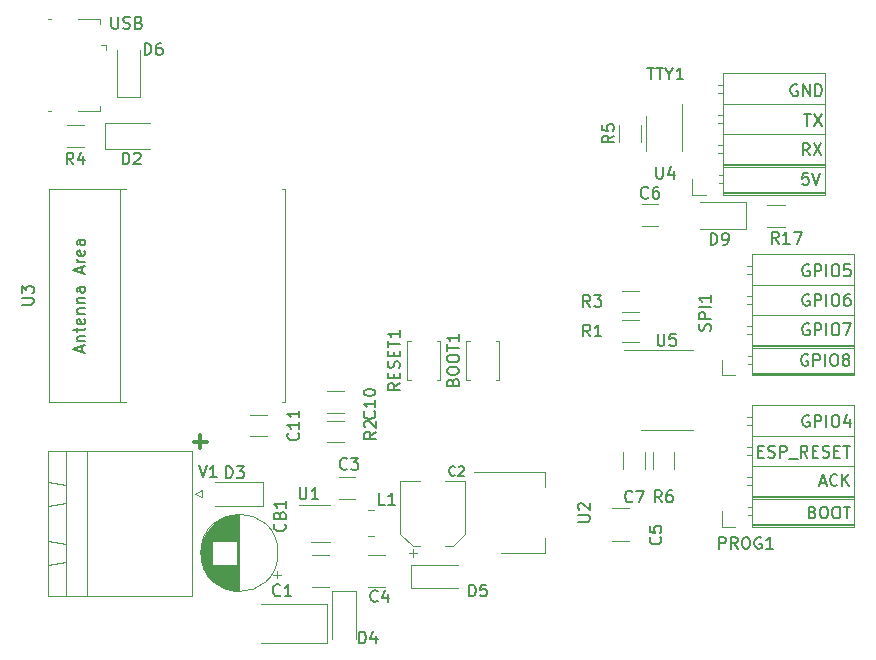
<source format=gbr>
%TF.GenerationSoftware,KiCad,Pcbnew,7.0.6*%
%TF.CreationDate,2024-01-13T17:51:29-05:00*%
%TF.ProjectId,Crystal Shield,43727973-7461-46c2-9053-6869656c642e,rev?*%
%TF.SameCoordinates,PX1312d00PY1312d00*%
%TF.FileFunction,Legend,Top*%
%TF.FilePolarity,Positive*%
%FSLAX46Y46*%
G04 Gerber Fmt 4.6, Leading zero omitted, Abs format (unit mm)*
G04 Created by KiCad (PCBNEW 7.0.6) date 2024-01-13 17:51:29*
%MOMM*%
%LPD*%
G01*
G04 APERTURE LIST*
%ADD10C,0.150000*%
%ADD11C,0.300000*%
%ADD12C,0.120000*%
G04 APERTURE END LIST*
D10*
X64510588Y-29017438D02*
X64415350Y-28969819D01*
X64415350Y-28969819D02*
X64272493Y-28969819D01*
X64272493Y-28969819D02*
X64129636Y-29017438D01*
X64129636Y-29017438D02*
X64034398Y-29112676D01*
X64034398Y-29112676D02*
X63986779Y-29207914D01*
X63986779Y-29207914D02*
X63939160Y-29398390D01*
X63939160Y-29398390D02*
X63939160Y-29541247D01*
X63939160Y-29541247D02*
X63986779Y-29731723D01*
X63986779Y-29731723D02*
X64034398Y-29826961D01*
X64034398Y-29826961D02*
X64129636Y-29922200D01*
X64129636Y-29922200D02*
X64272493Y-29969819D01*
X64272493Y-29969819D02*
X64367731Y-29969819D01*
X64367731Y-29969819D02*
X64510588Y-29922200D01*
X64510588Y-29922200D02*
X64558207Y-29874580D01*
X64558207Y-29874580D02*
X64558207Y-29541247D01*
X64558207Y-29541247D02*
X64367731Y-29541247D01*
X64986779Y-29969819D02*
X64986779Y-28969819D01*
X64986779Y-28969819D02*
X65367731Y-28969819D01*
X65367731Y-28969819D02*
X65462969Y-29017438D01*
X65462969Y-29017438D02*
X65510588Y-29065057D01*
X65510588Y-29065057D02*
X65558207Y-29160295D01*
X65558207Y-29160295D02*
X65558207Y-29303152D01*
X65558207Y-29303152D02*
X65510588Y-29398390D01*
X65510588Y-29398390D02*
X65462969Y-29446009D01*
X65462969Y-29446009D02*
X65367731Y-29493628D01*
X65367731Y-29493628D02*
X64986779Y-29493628D01*
X65986779Y-29969819D02*
X65986779Y-28969819D01*
X66653445Y-28969819D02*
X66843921Y-28969819D01*
X66843921Y-28969819D02*
X66939159Y-29017438D01*
X66939159Y-29017438D02*
X67034397Y-29112676D01*
X67034397Y-29112676D02*
X67082016Y-29303152D01*
X67082016Y-29303152D02*
X67082016Y-29636485D01*
X67082016Y-29636485D02*
X67034397Y-29826961D01*
X67034397Y-29826961D02*
X66939159Y-29922200D01*
X66939159Y-29922200D02*
X66843921Y-29969819D01*
X66843921Y-29969819D02*
X66653445Y-29969819D01*
X66653445Y-29969819D02*
X66558207Y-29922200D01*
X66558207Y-29922200D02*
X66462969Y-29826961D01*
X66462969Y-29826961D02*
X66415350Y-29636485D01*
X66415350Y-29636485D02*
X66415350Y-29303152D01*
X66415350Y-29303152D02*
X66462969Y-29112676D01*
X66462969Y-29112676D02*
X66558207Y-29017438D01*
X66558207Y-29017438D02*
X66653445Y-28969819D01*
X67653445Y-29398390D02*
X67558207Y-29350771D01*
X67558207Y-29350771D02*
X67510588Y-29303152D01*
X67510588Y-29303152D02*
X67462969Y-29207914D01*
X67462969Y-29207914D02*
X67462969Y-29160295D01*
X67462969Y-29160295D02*
X67510588Y-29065057D01*
X67510588Y-29065057D02*
X67558207Y-29017438D01*
X67558207Y-29017438D02*
X67653445Y-28969819D01*
X67653445Y-28969819D02*
X67843921Y-28969819D01*
X67843921Y-28969819D02*
X67939159Y-29017438D01*
X67939159Y-29017438D02*
X67986778Y-29065057D01*
X67986778Y-29065057D02*
X68034397Y-29160295D01*
X68034397Y-29160295D02*
X68034397Y-29207914D01*
X68034397Y-29207914D02*
X67986778Y-29303152D01*
X67986778Y-29303152D02*
X67939159Y-29350771D01*
X67939159Y-29350771D02*
X67843921Y-29398390D01*
X67843921Y-29398390D02*
X67653445Y-29398390D01*
X67653445Y-29398390D02*
X67558207Y-29446009D01*
X67558207Y-29446009D02*
X67510588Y-29493628D01*
X67510588Y-29493628D02*
X67462969Y-29588866D01*
X67462969Y-29588866D02*
X67462969Y-29779342D01*
X67462969Y-29779342D02*
X67510588Y-29874580D01*
X67510588Y-29874580D02*
X67558207Y-29922200D01*
X67558207Y-29922200D02*
X67653445Y-29969819D01*
X67653445Y-29969819D02*
X67843921Y-29969819D01*
X67843921Y-29969819D02*
X67939159Y-29922200D01*
X67939159Y-29922200D02*
X67986778Y-29874580D01*
X67986778Y-29874580D02*
X68034397Y-29779342D01*
X68034397Y-29779342D02*
X68034397Y-29588866D01*
X68034397Y-29588866D02*
X67986778Y-29493628D01*
X67986778Y-29493628D02*
X67939159Y-29446009D01*
X67939159Y-29446009D02*
X67843921Y-29398390D01*
X64610588Y-26417438D02*
X64515350Y-26369819D01*
X64515350Y-26369819D02*
X64372493Y-26369819D01*
X64372493Y-26369819D02*
X64229636Y-26417438D01*
X64229636Y-26417438D02*
X64134398Y-26512676D01*
X64134398Y-26512676D02*
X64086779Y-26607914D01*
X64086779Y-26607914D02*
X64039160Y-26798390D01*
X64039160Y-26798390D02*
X64039160Y-26941247D01*
X64039160Y-26941247D02*
X64086779Y-27131723D01*
X64086779Y-27131723D02*
X64134398Y-27226961D01*
X64134398Y-27226961D02*
X64229636Y-27322200D01*
X64229636Y-27322200D02*
X64372493Y-27369819D01*
X64372493Y-27369819D02*
X64467731Y-27369819D01*
X64467731Y-27369819D02*
X64610588Y-27322200D01*
X64610588Y-27322200D02*
X64658207Y-27274580D01*
X64658207Y-27274580D02*
X64658207Y-26941247D01*
X64658207Y-26941247D02*
X64467731Y-26941247D01*
X65086779Y-27369819D02*
X65086779Y-26369819D01*
X65086779Y-26369819D02*
X65467731Y-26369819D01*
X65467731Y-26369819D02*
X65562969Y-26417438D01*
X65562969Y-26417438D02*
X65610588Y-26465057D01*
X65610588Y-26465057D02*
X65658207Y-26560295D01*
X65658207Y-26560295D02*
X65658207Y-26703152D01*
X65658207Y-26703152D02*
X65610588Y-26798390D01*
X65610588Y-26798390D02*
X65562969Y-26846009D01*
X65562969Y-26846009D02*
X65467731Y-26893628D01*
X65467731Y-26893628D02*
X65086779Y-26893628D01*
X66086779Y-27369819D02*
X66086779Y-26369819D01*
X66753445Y-26369819D02*
X66943921Y-26369819D01*
X66943921Y-26369819D02*
X67039159Y-26417438D01*
X67039159Y-26417438D02*
X67134397Y-26512676D01*
X67134397Y-26512676D02*
X67182016Y-26703152D01*
X67182016Y-26703152D02*
X67182016Y-27036485D01*
X67182016Y-27036485D02*
X67134397Y-27226961D01*
X67134397Y-27226961D02*
X67039159Y-27322200D01*
X67039159Y-27322200D02*
X66943921Y-27369819D01*
X66943921Y-27369819D02*
X66753445Y-27369819D01*
X66753445Y-27369819D02*
X66658207Y-27322200D01*
X66658207Y-27322200D02*
X66562969Y-27226961D01*
X66562969Y-27226961D02*
X66515350Y-27036485D01*
X66515350Y-27036485D02*
X66515350Y-26703152D01*
X66515350Y-26703152D02*
X66562969Y-26512676D01*
X66562969Y-26512676D02*
X66658207Y-26417438D01*
X66658207Y-26417438D02*
X66753445Y-26369819D01*
X67515350Y-26369819D02*
X68182016Y-26369819D01*
X68182016Y-26369819D02*
X67753445Y-27369819D01*
X64610588Y-23917438D02*
X64515350Y-23869819D01*
X64515350Y-23869819D02*
X64372493Y-23869819D01*
X64372493Y-23869819D02*
X64229636Y-23917438D01*
X64229636Y-23917438D02*
X64134398Y-24012676D01*
X64134398Y-24012676D02*
X64086779Y-24107914D01*
X64086779Y-24107914D02*
X64039160Y-24298390D01*
X64039160Y-24298390D02*
X64039160Y-24441247D01*
X64039160Y-24441247D02*
X64086779Y-24631723D01*
X64086779Y-24631723D02*
X64134398Y-24726961D01*
X64134398Y-24726961D02*
X64229636Y-24822200D01*
X64229636Y-24822200D02*
X64372493Y-24869819D01*
X64372493Y-24869819D02*
X64467731Y-24869819D01*
X64467731Y-24869819D02*
X64610588Y-24822200D01*
X64610588Y-24822200D02*
X64658207Y-24774580D01*
X64658207Y-24774580D02*
X64658207Y-24441247D01*
X64658207Y-24441247D02*
X64467731Y-24441247D01*
X65086779Y-24869819D02*
X65086779Y-23869819D01*
X65086779Y-23869819D02*
X65467731Y-23869819D01*
X65467731Y-23869819D02*
X65562969Y-23917438D01*
X65562969Y-23917438D02*
X65610588Y-23965057D01*
X65610588Y-23965057D02*
X65658207Y-24060295D01*
X65658207Y-24060295D02*
X65658207Y-24203152D01*
X65658207Y-24203152D02*
X65610588Y-24298390D01*
X65610588Y-24298390D02*
X65562969Y-24346009D01*
X65562969Y-24346009D02*
X65467731Y-24393628D01*
X65467731Y-24393628D02*
X65086779Y-24393628D01*
X66086779Y-24869819D02*
X66086779Y-23869819D01*
X66753445Y-23869819D02*
X66943921Y-23869819D01*
X66943921Y-23869819D02*
X67039159Y-23917438D01*
X67039159Y-23917438D02*
X67134397Y-24012676D01*
X67134397Y-24012676D02*
X67182016Y-24203152D01*
X67182016Y-24203152D02*
X67182016Y-24536485D01*
X67182016Y-24536485D02*
X67134397Y-24726961D01*
X67134397Y-24726961D02*
X67039159Y-24822200D01*
X67039159Y-24822200D02*
X66943921Y-24869819D01*
X66943921Y-24869819D02*
X66753445Y-24869819D01*
X66753445Y-24869819D02*
X66658207Y-24822200D01*
X66658207Y-24822200D02*
X66562969Y-24726961D01*
X66562969Y-24726961D02*
X66515350Y-24536485D01*
X66515350Y-24536485D02*
X66515350Y-24203152D01*
X66515350Y-24203152D02*
X66562969Y-24012676D01*
X66562969Y-24012676D02*
X66658207Y-23917438D01*
X66658207Y-23917438D02*
X66753445Y-23869819D01*
X68039159Y-23869819D02*
X67848683Y-23869819D01*
X67848683Y-23869819D02*
X67753445Y-23917438D01*
X67753445Y-23917438D02*
X67705826Y-23965057D01*
X67705826Y-23965057D02*
X67610588Y-24107914D01*
X67610588Y-24107914D02*
X67562969Y-24298390D01*
X67562969Y-24298390D02*
X67562969Y-24679342D01*
X67562969Y-24679342D02*
X67610588Y-24774580D01*
X67610588Y-24774580D02*
X67658207Y-24822200D01*
X67658207Y-24822200D02*
X67753445Y-24869819D01*
X67753445Y-24869819D02*
X67943921Y-24869819D01*
X67943921Y-24869819D02*
X68039159Y-24822200D01*
X68039159Y-24822200D02*
X68086778Y-24774580D01*
X68086778Y-24774580D02*
X68134397Y-24679342D01*
X68134397Y-24679342D02*
X68134397Y-24441247D01*
X68134397Y-24441247D02*
X68086778Y-24346009D01*
X68086778Y-24346009D02*
X68039159Y-24298390D01*
X68039159Y-24298390D02*
X67943921Y-24250771D01*
X67943921Y-24250771D02*
X67753445Y-24250771D01*
X67753445Y-24250771D02*
X67658207Y-24298390D01*
X67658207Y-24298390D02*
X67610588Y-24346009D01*
X67610588Y-24346009D02*
X67562969Y-24441247D01*
X64610588Y-21417438D02*
X64515350Y-21369819D01*
X64515350Y-21369819D02*
X64372493Y-21369819D01*
X64372493Y-21369819D02*
X64229636Y-21417438D01*
X64229636Y-21417438D02*
X64134398Y-21512676D01*
X64134398Y-21512676D02*
X64086779Y-21607914D01*
X64086779Y-21607914D02*
X64039160Y-21798390D01*
X64039160Y-21798390D02*
X64039160Y-21941247D01*
X64039160Y-21941247D02*
X64086779Y-22131723D01*
X64086779Y-22131723D02*
X64134398Y-22226961D01*
X64134398Y-22226961D02*
X64229636Y-22322200D01*
X64229636Y-22322200D02*
X64372493Y-22369819D01*
X64372493Y-22369819D02*
X64467731Y-22369819D01*
X64467731Y-22369819D02*
X64610588Y-22322200D01*
X64610588Y-22322200D02*
X64658207Y-22274580D01*
X64658207Y-22274580D02*
X64658207Y-21941247D01*
X64658207Y-21941247D02*
X64467731Y-21941247D01*
X65086779Y-22369819D02*
X65086779Y-21369819D01*
X65086779Y-21369819D02*
X65467731Y-21369819D01*
X65467731Y-21369819D02*
X65562969Y-21417438D01*
X65562969Y-21417438D02*
X65610588Y-21465057D01*
X65610588Y-21465057D02*
X65658207Y-21560295D01*
X65658207Y-21560295D02*
X65658207Y-21703152D01*
X65658207Y-21703152D02*
X65610588Y-21798390D01*
X65610588Y-21798390D02*
X65562969Y-21846009D01*
X65562969Y-21846009D02*
X65467731Y-21893628D01*
X65467731Y-21893628D02*
X65086779Y-21893628D01*
X66086779Y-22369819D02*
X66086779Y-21369819D01*
X66753445Y-21369819D02*
X66943921Y-21369819D01*
X66943921Y-21369819D02*
X67039159Y-21417438D01*
X67039159Y-21417438D02*
X67134397Y-21512676D01*
X67134397Y-21512676D02*
X67182016Y-21703152D01*
X67182016Y-21703152D02*
X67182016Y-22036485D01*
X67182016Y-22036485D02*
X67134397Y-22226961D01*
X67134397Y-22226961D02*
X67039159Y-22322200D01*
X67039159Y-22322200D02*
X66943921Y-22369819D01*
X66943921Y-22369819D02*
X66753445Y-22369819D01*
X66753445Y-22369819D02*
X66658207Y-22322200D01*
X66658207Y-22322200D02*
X66562969Y-22226961D01*
X66562969Y-22226961D02*
X66515350Y-22036485D01*
X66515350Y-22036485D02*
X66515350Y-21703152D01*
X66515350Y-21703152D02*
X66562969Y-21512676D01*
X66562969Y-21512676D02*
X66658207Y-21417438D01*
X66658207Y-21417438D02*
X66753445Y-21369819D01*
X68086778Y-21369819D02*
X67610588Y-21369819D01*
X67610588Y-21369819D02*
X67562969Y-21846009D01*
X67562969Y-21846009D02*
X67610588Y-21798390D01*
X67610588Y-21798390D02*
X67705826Y-21750771D01*
X67705826Y-21750771D02*
X67943921Y-21750771D01*
X67943921Y-21750771D02*
X68039159Y-21798390D01*
X68039159Y-21798390D02*
X68086778Y-21846009D01*
X68086778Y-21846009D02*
X68134397Y-21941247D01*
X68134397Y-21941247D02*
X68134397Y-22179342D01*
X68134397Y-22179342D02*
X68086778Y-22274580D01*
X68086778Y-22274580D02*
X68039159Y-22322200D01*
X68039159Y-22322200D02*
X67943921Y-22369819D01*
X67943921Y-22369819D02*
X67705826Y-22369819D01*
X67705826Y-22369819D02*
X67610588Y-22322200D01*
X67610588Y-22322200D02*
X67562969Y-22274580D01*
X64610588Y-34167438D02*
X64515350Y-34119819D01*
X64515350Y-34119819D02*
X64372493Y-34119819D01*
X64372493Y-34119819D02*
X64229636Y-34167438D01*
X64229636Y-34167438D02*
X64134398Y-34262676D01*
X64134398Y-34262676D02*
X64086779Y-34357914D01*
X64086779Y-34357914D02*
X64039160Y-34548390D01*
X64039160Y-34548390D02*
X64039160Y-34691247D01*
X64039160Y-34691247D02*
X64086779Y-34881723D01*
X64086779Y-34881723D02*
X64134398Y-34976961D01*
X64134398Y-34976961D02*
X64229636Y-35072200D01*
X64229636Y-35072200D02*
X64372493Y-35119819D01*
X64372493Y-35119819D02*
X64467731Y-35119819D01*
X64467731Y-35119819D02*
X64610588Y-35072200D01*
X64610588Y-35072200D02*
X64658207Y-35024580D01*
X64658207Y-35024580D02*
X64658207Y-34691247D01*
X64658207Y-34691247D02*
X64467731Y-34691247D01*
X65086779Y-35119819D02*
X65086779Y-34119819D01*
X65086779Y-34119819D02*
X65467731Y-34119819D01*
X65467731Y-34119819D02*
X65562969Y-34167438D01*
X65562969Y-34167438D02*
X65610588Y-34215057D01*
X65610588Y-34215057D02*
X65658207Y-34310295D01*
X65658207Y-34310295D02*
X65658207Y-34453152D01*
X65658207Y-34453152D02*
X65610588Y-34548390D01*
X65610588Y-34548390D02*
X65562969Y-34596009D01*
X65562969Y-34596009D02*
X65467731Y-34643628D01*
X65467731Y-34643628D02*
X65086779Y-34643628D01*
X66086779Y-35119819D02*
X66086779Y-34119819D01*
X66753445Y-34119819D02*
X66943921Y-34119819D01*
X66943921Y-34119819D02*
X67039159Y-34167438D01*
X67039159Y-34167438D02*
X67134397Y-34262676D01*
X67134397Y-34262676D02*
X67182016Y-34453152D01*
X67182016Y-34453152D02*
X67182016Y-34786485D01*
X67182016Y-34786485D02*
X67134397Y-34976961D01*
X67134397Y-34976961D02*
X67039159Y-35072200D01*
X67039159Y-35072200D02*
X66943921Y-35119819D01*
X66943921Y-35119819D02*
X66753445Y-35119819D01*
X66753445Y-35119819D02*
X66658207Y-35072200D01*
X66658207Y-35072200D02*
X66562969Y-34976961D01*
X66562969Y-34976961D02*
X66515350Y-34786485D01*
X66515350Y-34786485D02*
X66515350Y-34453152D01*
X66515350Y-34453152D02*
X66562969Y-34262676D01*
X66562969Y-34262676D02*
X66658207Y-34167438D01*
X66658207Y-34167438D02*
X66753445Y-34119819D01*
X68039159Y-34453152D02*
X68039159Y-35119819D01*
X67801064Y-34072200D02*
X67562969Y-34786485D01*
X67562969Y-34786485D02*
X68182016Y-34786485D01*
X65539160Y-39834104D02*
X66015350Y-39834104D01*
X65443922Y-40119819D02*
X65777255Y-39119819D01*
X65777255Y-39119819D02*
X66110588Y-40119819D01*
X67015350Y-40024580D02*
X66967731Y-40072200D01*
X66967731Y-40072200D02*
X66824874Y-40119819D01*
X66824874Y-40119819D02*
X66729636Y-40119819D01*
X66729636Y-40119819D02*
X66586779Y-40072200D01*
X66586779Y-40072200D02*
X66491541Y-39976961D01*
X66491541Y-39976961D02*
X66443922Y-39881723D01*
X66443922Y-39881723D02*
X66396303Y-39691247D01*
X66396303Y-39691247D02*
X66396303Y-39548390D01*
X66396303Y-39548390D02*
X66443922Y-39357914D01*
X66443922Y-39357914D02*
X66491541Y-39262676D01*
X66491541Y-39262676D02*
X66586779Y-39167438D01*
X66586779Y-39167438D02*
X66729636Y-39119819D01*
X66729636Y-39119819D02*
X66824874Y-39119819D01*
X66824874Y-39119819D02*
X66967731Y-39167438D01*
X66967731Y-39167438D02*
X67015350Y-39215057D01*
X67443922Y-40119819D02*
X67443922Y-39119819D01*
X68015350Y-40119819D02*
X67586779Y-39548390D01*
X68015350Y-39119819D02*
X67443922Y-39691247D01*
X64920112Y-42346009D02*
X65062969Y-42393628D01*
X65062969Y-42393628D02*
X65110588Y-42441247D01*
X65110588Y-42441247D02*
X65158207Y-42536485D01*
X65158207Y-42536485D02*
X65158207Y-42679342D01*
X65158207Y-42679342D02*
X65110588Y-42774580D01*
X65110588Y-42774580D02*
X65062969Y-42822200D01*
X65062969Y-42822200D02*
X64967731Y-42869819D01*
X64967731Y-42869819D02*
X64586779Y-42869819D01*
X64586779Y-42869819D02*
X64586779Y-41869819D01*
X64586779Y-41869819D02*
X64920112Y-41869819D01*
X64920112Y-41869819D02*
X65015350Y-41917438D01*
X65015350Y-41917438D02*
X65062969Y-41965057D01*
X65062969Y-41965057D02*
X65110588Y-42060295D01*
X65110588Y-42060295D02*
X65110588Y-42155533D01*
X65110588Y-42155533D02*
X65062969Y-42250771D01*
X65062969Y-42250771D02*
X65015350Y-42298390D01*
X65015350Y-42298390D02*
X64920112Y-42346009D01*
X64920112Y-42346009D02*
X64586779Y-42346009D01*
X65777255Y-41869819D02*
X65967731Y-41869819D01*
X65967731Y-41869819D02*
X66062969Y-41917438D01*
X66062969Y-41917438D02*
X66158207Y-42012676D01*
X66158207Y-42012676D02*
X66205826Y-42203152D01*
X66205826Y-42203152D02*
X66205826Y-42536485D01*
X66205826Y-42536485D02*
X66158207Y-42726961D01*
X66158207Y-42726961D02*
X66062969Y-42822200D01*
X66062969Y-42822200D02*
X65967731Y-42869819D01*
X65967731Y-42869819D02*
X65777255Y-42869819D01*
X65777255Y-42869819D02*
X65682017Y-42822200D01*
X65682017Y-42822200D02*
X65586779Y-42726961D01*
X65586779Y-42726961D02*
X65539160Y-42536485D01*
X65539160Y-42536485D02*
X65539160Y-42203152D01*
X65539160Y-42203152D02*
X65586779Y-42012676D01*
X65586779Y-42012676D02*
X65682017Y-41917438D01*
X65682017Y-41917438D02*
X65777255Y-41869819D01*
X66824874Y-41869819D02*
X67015350Y-41869819D01*
X67015350Y-41869819D02*
X67110588Y-41917438D01*
X67110588Y-41917438D02*
X67205826Y-42012676D01*
X67205826Y-42012676D02*
X67253445Y-42203152D01*
X67253445Y-42203152D02*
X67253445Y-42536485D01*
X67253445Y-42536485D02*
X67205826Y-42726961D01*
X67205826Y-42726961D02*
X67110588Y-42822200D01*
X67110588Y-42822200D02*
X67015350Y-42869819D01*
X67015350Y-42869819D02*
X66824874Y-42869819D01*
X66824874Y-42869819D02*
X66729636Y-42822200D01*
X66729636Y-42822200D02*
X66634398Y-42726961D01*
X66634398Y-42726961D02*
X66586779Y-42536485D01*
X66586779Y-42536485D02*
X66586779Y-42203152D01*
X66586779Y-42203152D02*
X66634398Y-42012676D01*
X66634398Y-42012676D02*
X66729636Y-41917438D01*
X66729636Y-41917438D02*
X66824874Y-41869819D01*
X67539160Y-41869819D02*
X68110588Y-41869819D01*
X67824874Y-42869819D02*
X67824874Y-41869819D01*
X60286779Y-37196009D02*
X60620112Y-37196009D01*
X60762969Y-37719819D02*
X60286779Y-37719819D01*
X60286779Y-37719819D02*
X60286779Y-36719819D01*
X60286779Y-36719819D02*
X60762969Y-36719819D01*
X61143922Y-37672200D02*
X61286779Y-37719819D01*
X61286779Y-37719819D02*
X61524874Y-37719819D01*
X61524874Y-37719819D02*
X61620112Y-37672200D01*
X61620112Y-37672200D02*
X61667731Y-37624580D01*
X61667731Y-37624580D02*
X61715350Y-37529342D01*
X61715350Y-37529342D02*
X61715350Y-37434104D01*
X61715350Y-37434104D02*
X61667731Y-37338866D01*
X61667731Y-37338866D02*
X61620112Y-37291247D01*
X61620112Y-37291247D02*
X61524874Y-37243628D01*
X61524874Y-37243628D02*
X61334398Y-37196009D01*
X61334398Y-37196009D02*
X61239160Y-37148390D01*
X61239160Y-37148390D02*
X61191541Y-37100771D01*
X61191541Y-37100771D02*
X61143922Y-37005533D01*
X61143922Y-37005533D02*
X61143922Y-36910295D01*
X61143922Y-36910295D02*
X61191541Y-36815057D01*
X61191541Y-36815057D02*
X61239160Y-36767438D01*
X61239160Y-36767438D02*
X61334398Y-36719819D01*
X61334398Y-36719819D02*
X61572493Y-36719819D01*
X61572493Y-36719819D02*
X61715350Y-36767438D01*
X62143922Y-37719819D02*
X62143922Y-36719819D01*
X62143922Y-36719819D02*
X62524874Y-36719819D01*
X62524874Y-36719819D02*
X62620112Y-36767438D01*
X62620112Y-36767438D02*
X62667731Y-36815057D01*
X62667731Y-36815057D02*
X62715350Y-36910295D01*
X62715350Y-36910295D02*
X62715350Y-37053152D01*
X62715350Y-37053152D02*
X62667731Y-37148390D01*
X62667731Y-37148390D02*
X62620112Y-37196009D01*
X62620112Y-37196009D02*
X62524874Y-37243628D01*
X62524874Y-37243628D02*
X62143922Y-37243628D01*
X62905827Y-37815057D02*
X63667731Y-37815057D01*
X64477255Y-37719819D02*
X64143922Y-37243628D01*
X63905827Y-37719819D02*
X63905827Y-36719819D01*
X63905827Y-36719819D02*
X64286779Y-36719819D01*
X64286779Y-36719819D02*
X64382017Y-36767438D01*
X64382017Y-36767438D02*
X64429636Y-36815057D01*
X64429636Y-36815057D02*
X64477255Y-36910295D01*
X64477255Y-36910295D02*
X64477255Y-37053152D01*
X64477255Y-37053152D02*
X64429636Y-37148390D01*
X64429636Y-37148390D02*
X64382017Y-37196009D01*
X64382017Y-37196009D02*
X64286779Y-37243628D01*
X64286779Y-37243628D02*
X63905827Y-37243628D01*
X64905827Y-37196009D02*
X65239160Y-37196009D01*
X65382017Y-37719819D02*
X64905827Y-37719819D01*
X64905827Y-37719819D02*
X64905827Y-36719819D01*
X64905827Y-36719819D02*
X65382017Y-36719819D01*
X65762970Y-37672200D02*
X65905827Y-37719819D01*
X65905827Y-37719819D02*
X66143922Y-37719819D01*
X66143922Y-37719819D02*
X66239160Y-37672200D01*
X66239160Y-37672200D02*
X66286779Y-37624580D01*
X66286779Y-37624580D02*
X66334398Y-37529342D01*
X66334398Y-37529342D02*
X66334398Y-37434104D01*
X66334398Y-37434104D02*
X66286779Y-37338866D01*
X66286779Y-37338866D02*
X66239160Y-37291247D01*
X66239160Y-37291247D02*
X66143922Y-37243628D01*
X66143922Y-37243628D02*
X65953446Y-37196009D01*
X65953446Y-37196009D02*
X65858208Y-37148390D01*
X65858208Y-37148390D02*
X65810589Y-37100771D01*
X65810589Y-37100771D02*
X65762970Y-37005533D01*
X65762970Y-37005533D02*
X65762970Y-36910295D01*
X65762970Y-36910295D02*
X65810589Y-36815057D01*
X65810589Y-36815057D02*
X65858208Y-36767438D01*
X65858208Y-36767438D02*
X65953446Y-36719819D01*
X65953446Y-36719819D02*
X66191541Y-36719819D01*
X66191541Y-36719819D02*
X66334398Y-36767438D01*
X66762970Y-37196009D02*
X67096303Y-37196009D01*
X67239160Y-37719819D02*
X66762970Y-37719819D01*
X66762970Y-37719819D02*
X66762970Y-36719819D01*
X66762970Y-36719819D02*
X67239160Y-36719819D01*
X67524875Y-36719819D02*
X68096303Y-36719819D01*
X67810589Y-37719819D02*
X67810589Y-36719819D01*
X64562969Y-13619819D02*
X64086779Y-13619819D01*
X64086779Y-13619819D02*
X64039160Y-14096009D01*
X64039160Y-14096009D02*
X64086779Y-14048390D01*
X64086779Y-14048390D02*
X64182017Y-14000771D01*
X64182017Y-14000771D02*
X64420112Y-14000771D01*
X64420112Y-14000771D02*
X64515350Y-14048390D01*
X64515350Y-14048390D02*
X64562969Y-14096009D01*
X64562969Y-14096009D02*
X64610588Y-14191247D01*
X64610588Y-14191247D02*
X64610588Y-14429342D01*
X64610588Y-14429342D02*
X64562969Y-14524580D01*
X64562969Y-14524580D02*
X64515350Y-14572200D01*
X64515350Y-14572200D02*
X64420112Y-14619819D01*
X64420112Y-14619819D02*
X64182017Y-14619819D01*
X64182017Y-14619819D02*
X64086779Y-14572200D01*
X64086779Y-14572200D02*
X64039160Y-14524580D01*
X64896303Y-13619819D02*
X65229636Y-14619819D01*
X65229636Y-14619819D02*
X65562969Y-13619819D01*
X64193922Y-8619819D02*
X64765350Y-8619819D01*
X64479636Y-9619819D02*
X64479636Y-8619819D01*
X65003446Y-8619819D02*
X65670112Y-9619819D01*
X65670112Y-8619819D02*
X65003446Y-9619819D01*
X64658207Y-12119819D02*
X64324874Y-11643628D01*
X64086779Y-12119819D02*
X64086779Y-11119819D01*
X64086779Y-11119819D02*
X64467731Y-11119819D01*
X64467731Y-11119819D02*
X64562969Y-11167438D01*
X64562969Y-11167438D02*
X64610588Y-11215057D01*
X64610588Y-11215057D02*
X64658207Y-11310295D01*
X64658207Y-11310295D02*
X64658207Y-11453152D01*
X64658207Y-11453152D02*
X64610588Y-11548390D01*
X64610588Y-11548390D02*
X64562969Y-11596009D01*
X64562969Y-11596009D02*
X64467731Y-11643628D01*
X64467731Y-11643628D02*
X64086779Y-11643628D01*
X64991541Y-11119819D02*
X65658207Y-12119819D01*
X65658207Y-11119819D02*
X64991541Y-12119819D01*
X63610588Y-6167438D02*
X63515350Y-6119819D01*
X63515350Y-6119819D02*
X63372493Y-6119819D01*
X63372493Y-6119819D02*
X63229636Y-6167438D01*
X63229636Y-6167438D02*
X63134398Y-6262676D01*
X63134398Y-6262676D02*
X63086779Y-6357914D01*
X63086779Y-6357914D02*
X63039160Y-6548390D01*
X63039160Y-6548390D02*
X63039160Y-6691247D01*
X63039160Y-6691247D02*
X63086779Y-6881723D01*
X63086779Y-6881723D02*
X63134398Y-6976961D01*
X63134398Y-6976961D02*
X63229636Y-7072200D01*
X63229636Y-7072200D02*
X63372493Y-7119819D01*
X63372493Y-7119819D02*
X63467731Y-7119819D01*
X63467731Y-7119819D02*
X63610588Y-7072200D01*
X63610588Y-7072200D02*
X63658207Y-7024580D01*
X63658207Y-7024580D02*
X63658207Y-6691247D01*
X63658207Y-6691247D02*
X63467731Y-6691247D01*
X64086779Y-7119819D02*
X64086779Y-6119819D01*
X64086779Y-6119819D02*
X64658207Y-7119819D01*
X64658207Y-7119819D02*
X64658207Y-6119819D01*
X65134398Y-7119819D02*
X65134398Y-6119819D01*
X65134398Y-6119819D02*
X65372493Y-6119819D01*
X65372493Y-6119819D02*
X65515350Y-6167438D01*
X65515350Y-6167438D02*
X65610588Y-6262676D01*
X65610588Y-6262676D02*
X65658207Y-6357914D01*
X65658207Y-6357914D02*
X65705826Y-6548390D01*
X65705826Y-6548390D02*
X65705826Y-6691247D01*
X65705826Y-6691247D02*
X65658207Y-6881723D01*
X65658207Y-6881723D02*
X65610588Y-6976961D01*
X65610588Y-6976961D02*
X65515350Y-7072200D01*
X65515350Y-7072200D02*
X65372493Y-7119819D01*
X65372493Y-7119819D02*
X65134398Y-7119819D01*
X5549279Y-409819D02*
X5549279Y-1219342D01*
X5549279Y-1219342D02*
X5596898Y-1314580D01*
X5596898Y-1314580D02*
X5644517Y-1362200D01*
X5644517Y-1362200D02*
X5739755Y-1409819D01*
X5739755Y-1409819D02*
X5930231Y-1409819D01*
X5930231Y-1409819D02*
X6025469Y-1362200D01*
X6025469Y-1362200D02*
X6073088Y-1314580D01*
X6073088Y-1314580D02*
X6120707Y-1219342D01*
X6120707Y-1219342D02*
X6120707Y-409819D01*
X6549279Y-1362200D02*
X6692136Y-1409819D01*
X6692136Y-1409819D02*
X6930231Y-1409819D01*
X6930231Y-1409819D02*
X7025469Y-1362200D01*
X7025469Y-1362200D02*
X7073088Y-1314580D01*
X7073088Y-1314580D02*
X7120707Y-1219342D01*
X7120707Y-1219342D02*
X7120707Y-1124104D01*
X7120707Y-1124104D02*
X7073088Y-1028866D01*
X7073088Y-1028866D02*
X7025469Y-981247D01*
X7025469Y-981247D02*
X6930231Y-933628D01*
X6930231Y-933628D02*
X6739755Y-886009D01*
X6739755Y-886009D02*
X6644517Y-838390D01*
X6644517Y-838390D02*
X6596898Y-790771D01*
X6596898Y-790771D02*
X6549279Y-695533D01*
X6549279Y-695533D02*
X6549279Y-600295D01*
X6549279Y-600295D02*
X6596898Y-505057D01*
X6596898Y-505057D02*
X6644517Y-457438D01*
X6644517Y-457438D02*
X6739755Y-409819D01*
X6739755Y-409819D02*
X6977850Y-409819D01*
X6977850Y-409819D02*
X7120707Y-457438D01*
X7882612Y-886009D02*
X8025469Y-933628D01*
X8025469Y-933628D02*
X8073088Y-981247D01*
X8073088Y-981247D02*
X8120707Y-1076485D01*
X8120707Y-1076485D02*
X8120707Y-1219342D01*
X8120707Y-1219342D02*
X8073088Y-1314580D01*
X8073088Y-1314580D02*
X8025469Y-1362200D01*
X8025469Y-1362200D02*
X7930231Y-1409819D01*
X7930231Y-1409819D02*
X7549279Y-1409819D01*
X7549279Y-1409819D02*
X7549279Y-409819D01*
X7549279Y-409819D02*
X7882612Y-409819D01*
X7882612Y-409819D02*
X7977850Y-457438D01*
X7977850Y-457438D02*
X8025469Y-505057D01*
X8025469Y-505057D02*
X8073088Y-600295D01*
X8073088Y-600295D02*
X8073088Y-695533D01*
X8073088Y-695533D02*
X8025469Y-790771D01*
X8025469Y-790771D02*
X7977850Y-838390D01*
X7977850Y-838390D02*
X7882612Y-886009D01*
X7882612Y-886009D02*
X7549279Y-886009D01*
D11*
X13079400Y-36935489D02*
X13079400Y-35792632D01*
X13650828Y-36364060D02*
X12507971Y-36364060D01*
D10*
X-2045181Y-24761904D02*
X-1235658Y-24761904D01*
X-1235658Y-24761904D02*
X-1140420Y-24714285D01*
X-1140420Y-24714285D02*
X-1092800Y-24666666D01*
X-1092800Y-24666666D02*
X-1045181Y-24571428D01*
X-1045181Y-24571428D02*
X-1045181Y-24380952D01*
X-1045181Y-24380952D02*
X-1092800Y-24285714D01*
X-1092800Y-24285714D02*
X-1140420Y-24238095D01*
X-1140420Y-24238095D02*
X-1235658Y-24190476D01*
X-1235658Y-24190476D02*
X-2045181Y-24190476D01*
X-2045181Y-23809523D02*
X-2045181Y-23190476D01*
X-2045181Y-23190476D02*
X-1664229Y-23523809D01*
X-1664229Y-23523809D02*
X-1664229Y-23380952D01*
X-1664229Y-23380952D02*
X-1616610Y-23285714D01*
X-1616610Y-23285714D02*
X-1568991Y-23238095D01*
X-1568991Y-23238095D02*
X-1473753Y-23190476D01*
X-1473753Y-23190476D02*
X-1235658Y-23190476D01*
X-1235658Y-23190476D02*
X-1140420Y-23238095D01*
X-1140420Y-23238095D02*
X-1092800Y-23285714D01*
X-1092800Y-23285714D02*
X-1045181Y-23380952D01*
X-1045181Y-23380952D02*
X-1045181Y-23666666D01*
X-1045181Y-23666666D02*
X-1092800Y-23761904D01*
X-1092800Y-23761904D02*
X-1140420Y-23809523D01*
X3019104Y-28761905D02*
X3019104Y-28285715D01*
X3304819Y-28857143D02*
X2304819Y-28523810D01*
X2304819Y-28523810D02*
X3304819Y-28190477D01*
X2638152Y-27857143D02*
X3304819Y-27857143D01*
X2733390Y-27857143D02*
X2685771Y-27809524D01*
X2685771Y-27809524D02*
X2638152Y-27714286D01*
X2638152Y-27714286D02*
X2638152Y-27571429D01*
X2638152Y-27571429D02*
X2685771Y-27476191D01*
X2685771Y-27476191D02*
X2781009Y-27428572D01*
X2781009Y-27428572D02*
X3304819Y-27428572D01*
X2638152Y-27095238D02*
X2638152Y-26714286D01*
X2304819Y-26952381D02*
X3161961Y-26952381D01*
X3161961Y-26952381D02*
X3257200Y-26904762D01*
X3257200Y-26904762D02*
X3304819Y-26809524D01*
X3304819Y-26809524D02*
X3304819Y-26714286D01*
X3257200Y-26000000D02*
X3304819Y-26095238D01*
X3304819Y-26095238D02*
X3304819Y-26285714D01*
X3304819Y-26285714D02*
X3257200Y-26380952D01*
X3257200Y-26380952D02*
X3161961Y-26428571D01*
X3161961Y-26428571D02*
X2781009Y-26428571D01*
X2781009Y-26428571D02*
X2685771Y-26380952D01*
X2685771Y-26380952D02*
X2638152Y-26285714D01*
X2638152Y-26285714D02*
X2638152Y-26095238D01*
X2638152Y-26095238D02*
X2685771Y-26000000D01*
X2685771Y-26000000D02*
X2781009Y-25952381D01*
X2781009Y-25952381D02*
X2876247Y-25952381D01*
X2876247Y-25952381D02*
X2971485Y-26428571D01*
X2638152Y-25523809D02*
X3304819Y-25523809D01*
X2733390Y-25523809D02*
X2685771Y-25476190D01*
X2685771Y-25476190D02*
X2638152Y-25380952D01*
X2638152Y-25380952D02*
X2638152Y-25238095D01*
X2638152Y-25238095D02*
X2685771Y-25142857D01*
X2685771Y-25142857D02*
X2781009Y-25095238D01*
X2781009Y-25095238D02*
X3304819Y-25095238D01*
X2638152Y-24619047D02*
X3304819Y-24619047D01*
X2733390Y-24619047D02*
X2685771Y-24571428D01*
X2685771Y-24571428D02*
X2638152Y-24476190D01*
X2638152Y-24476190D02*
X2638152Y-24333333D01*
X2638152Y-24333333D02*
X2685771Y-24238095D01*
X2685771Y-24238095D02*
X2781009Y-24190476D01*
X2781009Y-24190476D02*
X3304819Y-24190476D01*
X3304819Y-23285714D02*
X2781009Y-23285714D01*
X2781009Y-23285714D02*
X2685771Y-23333333D01*
X2685771Y-23333333D02*
X2638152Y-23428571D01*
X2638152Y-23428571D02*
X2638152Y-23619047D01*
X2638152Y-23619047D02*
X2685771Y-23714285D01*
X3257200Y-23285714D02*
X3304819Y-23380952D01*
X3304819Y-23380952D02*
X3304819Y-23619047D01*
X3304819Y-23619047D02*
X3257200Y-23714285D01*
X3257200Y-23714285D02*
X3161961Y-23761904D01*
X3161961Y-23761904D02*
X3066723Y-23761904D01*
X3066723Y-23761904D02*
X2971485Y-23714285D01*
X2971485Y-23714285D02*
X2923866Y-23619047D01*
X2923866Y-23619047D02*
X2923866Y-23380952D01*
X2923866Y-23380952D02*
X2876247Y-23285714D01*
X3019104Y-22095237D02*
X3019104Y-21619047D01*
X3304819Y-22190475D02*
X2304819Y-21857142D01*
X2304819Y-21857142D02*
X3304819Y-21523809D01*
X3304819Y-21190475D02*
X2638152Y-21190475D01*
X2828628Y-21190475D02*
X2733390Y-21142856D01*
X2733390Y-21142856D02*
X2685771Y-21095237D01*
X2685771Y-21095237D02*
X2638152Y-20999999D01*
X2638152Y-20999999D02*
X2638152Y-20904761D01*
X3257200Y-20190475D02*
X3304819Y-20285713D01*
X3304819Y-20285713D02*
X3304819Y-20476189D01*
X3304819Y-20476189D02*
X3257200Y-20571427D01*
X3257200Y-20571427D02*
X3161961Y-20619046D01*
X3161961Y-20619046D02*
X2781009Y-20619046D01*
X2781009Y-20619046D02*
X2685771Y-20571427D01*
X2685771Y-20571427D02*
X2638152Y-20476189D01*
X2638152Y-20476189D02*
X2638152Y-20285713D01*
X2638152Y-20285713D02*
X2685771Y-20190475D01*
X2685771Y-20190475D02*
X2781009Y-20142856D01*
X2781009Y-20142856D02*
X2876247Y-20142856D01*
X2876247Y-20142856D02*
X2971485Y-20619046D01*
X3304819Y-19285713D02*
X2781009Y-19285713D01*
X2781009Y-19285713D02*
X2685771Y-19333332D01*
X2685771Y-19333332D02*
X2638152Y-19428570D01*
X2638152Y-19428570D02*
X2638152Y-19619046D01*
X2638152Y-19619046D02*
X2685771Y-19714284D01*
X3257200Y-19285713D02*
X3304819Y-19380951D01*
X3304819Y-19380951D02*
X3304819Y-19619046D01*
X3304819Y-19619046D02*
X3257200Y-19714284D01*
X3257200Y-19714284D02*
X3161961Y-19761903D01*
X3161961Y-19761903D02*
X3066723Y-19761903D01*
X3066723Y-19761903D02*
X2971485Y-19714284D01*
X2971485Y-19714284D02*
X2923866Y-19619046D01*
X2923866Y-19619046D02*
X2923866Y-19380951D01*
X2923866Y-19380951D02*
X2876247Y-19285713D01*
X56232200Y-26964999D02*
X56279819Y-26822142D01*
X56279819Y-26822142D02*
X56279819Y-26584047D01*
X56279819Y-26584047D02*
X56232200Y-26488809D01*
X56232200Y-26488809D02*
X56184580Y-26441190D01*
X56184580Y-26441190D02*
X56089342Y-26393571D01*
X56089342Y-26393571D02*
X55994104Y-26393571D01*
X55994104Y-26393571D02*
X55898866Y-26441190D01*
X55898866Y-26441190D02*
X55851247Y-26488809D01*
X55851247Y-26488809D02*
X55803628Y-26584047D01*
X55803628Y-26584047D02*
X55756009Y-26774523D01*
X55756009Y-26774523D02*
X55708390Y-26869761D01*
X55708390Y-26869761D02*
X55660771Y-26917380D01*
X55660771Y-26917380D02*
X55565533Y-26964999D01*
X55565533Y-26964999D02*
X55470295Y-26964999D01*
X55470295Y-26964999D02*
X55375057Y-26917380D01*
X55375057Y-26917380D02*
X55327438Y-26869761D01*
X55327438Y-26869761D02*
X55279819Y-26774523D01*
X55279819Y-26774523D02*
X55279819Y-26536428D01*
X55279819Y-26536428D02*
X55327438Y-26393571D01*
X56279819Y-25964999D02*
X55279819Y-25964999D01*
X55279819Y-25964999D02*
X55279819Y-25584047D01*
X55279819Y-25584047D02*
X55327438Y-25488809D01*
X55327438Y-25488809D02*
X55375057Y-25441190D01*
X55375057Y-25441190D02*
X55470295Y-25393571D01*
X55470295Y-25393571D02*
X55613152Y-25393571D01*
X55613152Y-25393571D02*
X55708390Y-25441190D01*
X55708390Y-25441190D02*
X55756009Y-25488809D01*
X55756009Y-25488809D02*
X55803628Y-25584047D01*
X55803628Y-25584047D02*
X55803628Y-25964999D01*
X56279819Y-24964999D02*
X55279819Y-24964999D01*
X56279819Y-23965000D02*
X56279819Y-24536428D01*
X56279819Y-24250714D02*
X55279819Y-24250714D01*
X55279819Y-24250714D02*
X55422676Y-24345952D01*
X55422676Y-24345952D02*
X55517914Y-24441190D01*
X55517914Y-24441190D02*
X55565533Y-24536428D01*
X50928571Y-4704819D02*
X51499999Y-4704819D01*
X51214285Y-5704819D02*
X51214285Y-4704819D01*
X51690476Y-4704819D02*
X52261904Y-4704819D01*
X51976190Y-5704819D02*
X51976190Y-4704819D01*
X52785714Y-5228628D02*
X52785714Y-5704819D01*
X52452381Y-4704819D02*
X52785714Y-5228628D01*
X52785714Y-5228628D02*
X53119047Y-4704819D01*
X53976190Y-5704819D02*
X53404762Y-5704819D01*
X53690476Y-5704819D02*
X53690476Y-4704819D01*
X53690476Y-4704819D02*
X53595238Y-4847676D01*
X53595238Y-4847676D02*
X53500000Y-4942914D01*
X53500000Y-4942914D02*
X53404762Y-4990533D01*
X56988095Y-45454819D02*
X56988095Y-44454819D01*
X56988095Y-44454819D02*
X57369047Y-44454819D01*
X57369047Y-44454819D02*
X57464285Y-44502438D01*
X57464285Y-44502438D02*
X57511904Y-44550057D01*
X57511904Y-44550057D02*
X57559523Y-44645295D01*
X57559523Y-44645295D02*
X57559523Y-44788152D01*
X57559523Y-44788152D02*
X57511904Y-44883390D01*
X57511904Y-44883390D02*
X57464285Y-44931009D01*
X57464285Y-44931009D02*
X57369047Y-44978628D01*
X57369047Y-44978628D02*
X56988095Y-44978628D01*
X58559523Y-45454819D02*
X58226190Y-44978628D01*
X57988095Y-45454819D02*
X57988095Y-44454819D01*
X57988095Y-44454819D02*
X58369047Y-44454819D01*
X58369047Y-44454819D02*
X58464285Y-44502438D01*
X58464285Y-44502438D02*
X58511904Y-44550057D01*
X58511904Y-44550057D02*
X58559523Y-44645295D01*
X58559523Y-44645295D02*
X58559523Y-44788152D01*
X58559523Y-44788152D02*
X58511904Y-44883390D01*
X58511904Y-44883390D02*
X58464285Y-44931009D01*
X58464285Y-44931009D02*
X58369047Y-44978628D01*
X58369047Y-44978628D02*
X57988095Y-44978628D01*
X59178571Y-44454819D02*
X59369047Y-44454819D01*
X59369047Y-44454819D02*
X59464285Y-44502438D01*
X59464285Y-44502438D02*
X59559523Y-44597676D01*
X59559523Y-44597676D02*
X59607142Y-44788152D01*
X59607142Y-44788152D02*
X59607142Y-45121485D01*
X59607142Y-45121485D02*
X59559523Y-45311961D01*
X59559523Y-45311961D02*
X59464285Y-45407200D01*
X59464285Y-45407200D02*
X59369047Y-45454819D01*
X59369047Y-45454819D02*
X59178571Y-45454819D01*
X59178571Y-45454819D02*
X59083333Y-45407200D01*
X59083333Y-45407200D02*
X58988095Y-45311961D01*
X58988095Y-45311961D02*
X58940476Y-45121485D01*
X58940476Y-45121485D02*
X58940476Y-44788152D01*
X58940476Y-44788152D02*
X58988095Y-44597676D01*
X58988095Y-44597676D02*
X59083333Y-44502438D01*
X59083333Y-44502438D02*
X59178571Y-44454819D01*
X60559523Y-44502438D02*
X60464285Y-44454819D01*
X60464285Y-44454819D02*
X60321428Y-44454819D01*
X60321428Y-44454819D02*
X60178571Y-44502438D01*
X60178571Y-44502438D02*
X60083333Y-44597676D01*
X60083333Y-44597676D02*
X60035714Y-44692914D01*
X60035714Y-44692914D02*
X59988095Y-44883390D01*
X59988095Y-44883390D02*
X59988095Y-45026247D01*
X59988095Y-45026247D02*
X60035714Y-45216723D01*
X60035714Y-45216723D02*
X60083333Y-45311961D01*
X60083333Y-45311961D02*
X60178571Y-45407200D01*
X60178571Y-45407200D02*
X60321428Y-45454819D01*
X60321428Y-45454819D02*
X60416666Y-45454819D01*
X60416666Y-45454819D02*
X60559523Y-45407200D01*
X60559523Y-45407200D02*
X60607142Y-45359580D01*
X60607142Y-45359580D02*
X60607142Y-45026247D01*
X60607142Y-45026247D02*
X60416666Y-45026247D01*
X61559523Y-45454819D02*
X60988095Y-45454819D01*
X61273809Y-45454819D02*
X61273809Y-44454819D01*
X61273809Y-44454819D02*
X61178571Y-44597676D01*
X61178571Y-44597676D02*
X61083333Y-44692914D01*
X61083333Y-44692914D02*
X60988095Y-44740533D01*
X28720833Y-41694819D02*
X28244643Y-41694819D01*
X28244643Y-41694819D02*
X28244643Y-40694819D01*
X29577976Y-41694819D02*
X29006548Y-41694819D01*
X29292262Y-41694819D02*
X29292262Y-40694819D01*
X29292262Y-40694819D02*
X29197024Y-40837676D01*
X29197024Y-40837676D02*
X29101786Y-40932914D01*
X29101786Y-40932914D02*
X29006548Y-40980533D01*
X15236905Y-39469819D02*
X15236905Y-38469819D01*
X15236905Y-38469819D02*
X15475000Y-38469819D01*
X15475000Y-38469819D02*
X15617857Y-38517438D01*
X15617857Y-38517438D02*
X15713095Y-38612676D01*
X15713095Y-38612676D02*
X15760714Y-38707914D01*
X15760714Y-38707914D02*
X15808333Y-38898390D01*
X15808333Y-38898390D02*
X15808333Y-39041247D01*
X15808333Y-39041247D02*
X15760714Y-39231723D01*
X15760714Y-39231723D02*
X15713095Y-39326961D01*
X15713095Y-39326961D02*
X15617857Y-39422200D01*
X15617857Y-39422200D02*
X15475000Y-39469819D01*
X15475000Y-39469819D02*
X15236905Y-39469819D01*
X16141667Y-38469819D02*
X16760714Y-38469819D01*
X16760714Y-38469819D02*
X16427381Y-38850771D01*
X16427381Y-38850771D02*
X16570238Y-38850771D01*
X16570238Y-38850771D02*
X16665476Y-38898390D01*
X16665476Y-38898390D02*
X16713095Y-38946009D01*
X16713095Y-38946009D02*
X16760714Y-39041247D01*
X16760714Y-39041247D02*
X16760714Y-39279342D01*
X16760714Y-39279342D02*
X16713095Y-39374580D01*
X16713095Y-39374580D02*
X16665476Y-39422200D01*
X16665476Y-39422200D02*
X16570238Y-39469819D01*
X16570238Y-39469819D02*
X16284524Y-39469819D01*
X16284524Y-39469819D02*
X16189286Y-39422200D01*
X16189286Y-39422200D02*
X16141667Y-39374580D01*
X20209580Y-43356666D02*
X20257200Y-43404285D01*
X20257200Y-43404285D02*
X20304819Y-43547142D01*
X20304819Y-43547142D02*
X20304819Y-43642380D01*
X20304819Y-43642380D02*
X20257200Y-43785237D01*
X20257200Y-43785237D02*
X20161961Y-43880475D01*
X20161961Y-43880475D02*
X20066723Y-43928094D01*
X20066723Y-43928094D02*
X19876247Y-43975713D01*
X19876247Y-43975713D02*
X19733390Y-43975713D01*
X19733390Y-43975713D02*
X19542914Y-43928094D01*
X19542914Y-43928094D02*
X19447676Y-43880475D01*
X19447676Y-43880475D02*
X19352438Y-43785237D01*
X19352438Y-43785237D02*
X19304819Y-43642380D01*
X19304819Y-43642380D02*
X19304819Y-43547142D01*
X19304819Y-43547142D02*
X19352438Y-43404285D01*
X19352438Y-43404285D02*
X19400057Y-43356666D01*
X19781009Y-42594761D02*
X19828628Y-42451904D01*
X19828628Y-42451904D02*
X19876247Y-42404285D01*
X19876247Y-42404285D02*
X19971485Y-42356666D01*
X19971485Y-42356666D02*
X20114342Y-42356666D01*
X20114342Y-42356666D02*
X20209580Y-42404285D01*
X20209580Y-42404285D02*
X20257200Y-42451904D01*
X20257200Y-42451904D02*
X20304819Y-42547142D01*
X20304819Y-42547142D02*
X20304819Y-42928094D01*
X20304819Y-42928094D02*
X19304819Y-42928094D01*
X19304819Y-42928094D02*
X19304819Y-42594761D01*
X19304819Y-42594761D02*
X19352438Y-42499523D01*
X19352438Y-42499523D02*
X19400057Y-42451904D01*
X19400057Y-42451904D02*
X19495295Y-42404285D01*
X19495295Y-42404285D02*
X19590533Y-42404285D01*
X19590533Y-42404285D02*
X19685771Y-42451904D01*
X19685771Y-42451904D02*
X19733390Y-42499523D01*
X19733390Y-42499523D02*
X19781009Y-42594761D01*
X19781009Y-42594761D02*
X19781009Y-42928094D01*
X20304819Y-41404285D02*
X20304819Y-41975713D01*
X20304819Y-41689999D02*
X19304819Y-41689999D01*
X19304819Y-41689999D02*
X19447676Y-41785237D01*
X19447676Y-41785237D02*
X19542914Y-41880475D01*
X19542914Y-41880475D02*
X19590533Y-41975713D01*
X21359580Y-35642857D02*
X21407200Y-35690476D01*
X21407200Y-35690476D02*
X21454819Y-35833333D01*
X21454819Y-35833333D02*
X21454819Y-35928571D01*
X21454819Y-35928571D02*
X21407200Y-36071428D01*
X21407200Y-36071428D02*
X21311961Y-36166666D01*
X21311961Y-36166666D02*
X21216723Y-36214285D01*
X21216723Y-36214285D02*
X21026247Y-36261904D01*
X21026247Y-36261904D02*
X20883390Y-36261904D01*
X20883390Y-36261904D02*
X20692914Y-36214285D01*
X20692914Y-36214285D02*
X20597676Y-36166666D01*
X20597676Y-36166666D02*
X20502438Y-36071428D01*
X20502438Y-36071428D02*
X20454819Y-35928571D01*
X20454819Y-35928571D02*
X20454819Y-35833333D01*
X20454819Y-35833333D02*
X20502438Y-35690476D01*
X20502438Y-35690476D02*
X20550057Y-35642857D01*
X21454819Y-34690476D02*
X21454819Y-35261904D01*
X21454819Y-34976190D02*
X20454819Y-34976190D01*
X20454819Y-34976190D02*
X20597676Y-35071428D01*
X20597676Y-35071428D02*
X20692914Y-35166666D01*
X20692914Y-35166666D02*
X20740533Y-35261904D01*
X21454819Y-33738095D02*
X21454819Y-34309523D01*
X21454819Y-34023809D02*
X20454819Y-34023809D01*
X20454819Y-34023809D02*
X20597676Y-34119047D01*
X20597676Y-34119047D02*
X20692914Y-34214285D01*
X20692914Y-34214285D02*
X20740533Y-34309523D01*
X6499405Y-12894819D02*
X6499405Y-11894819D01*
X6499405Y-11894819D02*
X6737500Y-11894819D01*
X6737500Y-11894819D02*
X6880357Y-11942438D01*
X6880357Y-11942438D02*
X6975595Y-12037676D01*
X6975595Y-12037676D02*
X7023214Y-12132914D01*
X7023214Y-12132914D02*
X7070833Y-12323390D01*
X7070833Y-12323390D02*
X7070833Y-12466247D01*
X7070833Y-12466247D02*
X7023214Y-12656723D01*
X7023214Y-12656723D02*
X6975595Y-12751961D01*
X6975595Y-12751961D02*
X6880357Y-12847200D01*
X6880357Y-12847200D02*
X6737500Y-12894819D01*
X6737500Y-12894819D02*
X6499405Y-12894819D01*
X7451786Y-11990057D02*
X7499405Y-11942438D01*
X7499405Y-11942438D02*
X7594643Y-11894819D01*
X7594643Y-11894819D02*
X7832738Y-11894819D01*
X7832738Y-11894819D02*
X7927976Y-11942438D01*
X7927976Y-11942438D02*
X7975595Y-11990057D01*
X7975595Y-11990057D02*
X8023214Y-12085295D01*
X8023214Y-12085295D02*
X8023214Y-12180533D01*
X8023214Y-12180533D02*
X7975595Y-12323390D01*
X7975595Y-12323390D02*
X7404167Y-12894819D01*
X7404167Y-12894819D02*
X8023214Y-12894819D01*
X45054819Y-43151904D02*
X45864342Y-43151904D01*
X45864342Y-43151904D02*
X45959580Y-43104285D01*
X45959580Y-43104285D02*
X46007200Y-43056666D01*
X46007200Y-43056666D02*
X46054819Y-42961428D01*
X46054819Y-42961428D02*
X46054819Y-42770952D01*
X46054819Y-42770952D02*
X46007200Y-42675714D01*
X46007200Y-42675714D02*
X45959580Y-42628095D01*
X45959580Y-42628095D02*
X45864342Y-42580476D01*
X45864342Y-42580476D02*
X45054819Y-42580476D01*
X45150057Y-42151904D02*
X45102438Y-42104285D01*
X45102438Y-42104285D02*
X45054819Y-42009047D01*
X45054819Y-42009047D02*
X45054819Y-41770952D01*
X45054819Y-41770952D02*
X45102438Y-41675714D01*
X45102438Y-41675714D02*
X45150057Y-41628095D01*
X45150057Y-41628095D02*
X45245295Y-41580476D01*
X45245295Y-41580476D02*
X45340533Y-41580476D01*
X45340533Y-41580476D02*
X45483390Y-41628095D01*
X45483390Y-41628095D02*
X46054819Y-42199523D01*
X46054819Y-42199523D02*
X46054819Y-41580476D01*
X46083333Y-24954819D02*
X45750000Y-24478628D01*
X45511905Y-24954819D02*
X45511905Y-23954819D01*
X45511905Y-23954819D02*
X45892857Y-23954819D01*
X45892857Y-23954819D02*
X45988095Y-24002438D01*
X45988095Y-24002438D02*
X46035714Y-24050057D01*
X46035714Y-24050057D02*
X46083333Y-24145295D01*
X46083333Y-24145295D02*
X46083333Y-24288152D01*
X46083333Y-24288152D02*
X46035714Y-24383390D01*
X46035714Y-24383390D02*
X45988095Y-24431009D01*
X45988095Y-24431009D02*
X45892857Y-24478628D01*
X45892857Y-24478628D02*
X45511905Y-24478628D01*
X46416667Y-23954819D02*
X47035714Y-23954819D01*
X47035714Y-23954819D02*
X46702381Y-24335771D01*
X46702381Y-24335771D02*
X46845238Y-24335771D01*
X46845238Y-24335771D02*
X46940476Y-24383390D01*
X46940476Y-24383390D02*
X46988095Y-24431009D01*
X46988095Y-24431009D02*
X47035714Y-24526247D01*
X47035714Y-24526247D02*
X47035714Y-24764342D01*
X47035714Y-24764342D02*
X46988095Y-24859580D01*
X46988095Y-24859580D02*
X46940476Y-24907200D01*
X46940476Y-24907200D02*
X46845238Y-24954819D01*
X46845238Y-24954819D02*
X46559524Y-24954819D01*
X46559524Y-24954819D02*
X46464286Y-24907200D01*
X46464286Y-24907200D02*
X46416667Y-24859580D01*
X52133333Y-41494819D02*
X51800000Y-41018628D01*
X51561905Y-41494819D02*
X51561905Y-40494819D01*
X51561905Y-40494819D02*
X51942857Y-40494819D01*
X51942857Y-40494819D02*
X52038095Y-40542438D01*
X52038095Y-40542438D02*
X52085714Y-40590057D01*
X52085714Y-40590057D02*
X52133333Y-40685295D01*
X52133333Y-40685295D02*
X52133333Y-40828152D01*
X52133333Y-40828152D02*
X52085714Y-40923390D01*
X52085714Y-40923390D02*
X52038095Y-40971009D01*
X52038095Y-40971009D02*
X51942857Y-41018628D01*
X51942857Y-41018628D02*
X51561905Y-41018628D01*
X52990476Y-40494819D02*
X52800000Y-40494819D01*
X52800000Y-40494819D02*
X52704762Y-40542438D01*
X52704762Y-40542438D02*
X52657143Y-40590057D01*
X52657143Y-40590057D02*
X52561905Y-40732914D01*
X52561905Y-40732914D02*
X52514286Y-40923390D01*
X52514286Y-40923390D02*
X52514286Y-41304342D01*
X52514286Y-41304342D02*
X52561905Y-41399580D01*
X52561905Y-41399580D02*
X52609524Y-41447200D01*
X52609524Y-41447200D02*
X52704762Y-41494819D01*
X52704762Y-41494819D02*
X52895238Y-41494819D01*
X52895238Y-41494819D02*
X52990476Y-41447200D01*
X52990476Y-41447200D02*
X53038095Y-41399580D01*
X53038095Y-41399580D02*
X53085714Y-41304342D01*
X53085714Y-41304342D02*
X53085714Y-41066247D01*
X53085714Y-41066247D02*
X53038095Y-40971009D01*
X53038095Y-40971009D02*
X52990476Y-40923390D01*
X52990476Y-40923390D02*
X52895238Y-40875771D01*
X52895238Y-40875771D02*
X52704762Y-40875771D01*
X52704762Y-40875771D02*
X52609524Y-40923390D01*
X52609524Y-40923390D02*
X52561905Y-40971009D01*
X52561905Y-40971009D02*
X52514286Y-41066247D01*
X28083333Y-49859580D02*
X28035714Y-49907200D01*
X28035714Y-49907200D02*
X27892857Y-49954819D01*
X27892857Y-49954819D02*
X27797619Y-49954819D01*
X27797619Y-49954819D02*
X27654762Y-49907200D01*
X27654762Y-49907200D02*
X27559524Y-49811961D01*
X27559524Y-49811961D02*
X27511905Y-49716723D01*
X27511905Y-49716723D02*
X27464286Y-49526247D01*
X27464286Y-49526247D02*
X27464286Y-49383390D01*
X27464286Y-49383390D02*
X27511905Y-49192914D01*
X27511905Y-49192914D02*
X27559524Y-49097676D01*
X27559524Y-49097676D02*
X27654762Y-49002438D01*
X27654762Y-49002438D02*
X27797619Y-48954819D01*
X27797619Y-48954819D02*
X27892857Y-48954819D01*
X27892857Y-48954819D02*
X28035714Y-49002438D01*
X28035714Y-49002438D02*
X28083333Y-49050057D01*
X28940476Y-49288152D02*
X28940476Y-49954819D01*
X28702381Y-48907200D02*
X28464286Y-49621485D01*
X28464286Y-49621485D02*
X29083333Y-49621485D01*
X12940476Y-38369819D02*
X13273809Y-39369819D01*
X13273809Y-39369819D02*
X13607142Y-38369819D01*
X14464285Y-39369819D02*
X13892857Y-39369819D01*
X14178571Y-39369819D02*
X14178571Y-38369819D01*
X14178571Y-38369819D02*
X14083333Y-38512676D01*
X14083333Y-38512676D02*
X13988095Y-38607914D01*
X13988095Y-38607914D02*
X13892857Y-38655533D01*
X25483333Y-38649580D02*
X25435714Y-38697200D01*
X25435714Y-38697200D02*
X25292857Y-38744819D01*
X25292857Y-38744819D02*
X25197619Y-38744819D01*
X25197619Y-38744819D02*
X25054762Y-38697200D01*
X25054762Y-38697200D02*
X24959524Y-38601961D01*
X24959524Y-38601961D02*
X24911905Y-38506723D01*
X24911905Y-38506723D02*
X24864286Y-38316247D01*
X24864286Y-38316247D02*
X24864286Y-38173390D01*
X24864286Y-38173390D02*
X24911905Y-37982914D01*
X24911905Y-37982914D02*
X24959524Y-37887676D01*
X24959524Y-37887676D02*
X25054762Y-37792438D01*
X25054762Y-37792438D02*
X25197619Y-37744819D01*
X25197619Y-37744819D02*
X25292857Y-37744819D01*
X25292857Y-37744819D02*
X25435714Y-37792438D01*
X25435714Y-37792438D02*
X25483333Y-37840057D01*
X25816667Y-37744819D02*
X26435714Y-37744819D01*
X26435714Y-37744819D02*
X26102381Y-38125771D01*
X26102381Y-38125771D02*
X26245238Y-38125771D01*
X26245238Y-38125771D02*
X26340476Y-38173390D01*
X26340476Y-38173390D02*
X26388095Y-38221009D01*
X26388095Y-38221009D02*
X26435714Y-38316247D01*
X26435714Y-38316247D02*
X26435714Y-38554342D01*
X26435714Y-38554342D02*
X26388095Y-38649580D01*
X26388095Y-38649580D02*
X26340476Y-38697200D01*
X26340476Y-38697200D02*
X26245238Y-38744819D01*
X26245238Y-38744819D02*
X25959524Y-38744819D01*
X25959524Y-38744819D02*
X25864286Y-38697200D01*
X25864286Y-38697200D02*
X25816667Y-38649580D01*
X51678095Y-13094819D02*
X51678095Y-13904342D01*
X51678095Y-13904342D02*
X51725714Y-13999580D01*
X51725714Y-13999580D02*
X51773333Y-14047200D01*
X51773333Y-14047200D02*
X51868571Y-14094819D01*
X51868571Y-14094819D02*
X52059047Y-14094819D01*
X52059047Y-14094819D02*
X52154285Y-14047200D01*
X52154285Y-14047200D02*
X52201904Y-13999580D01*
X52201904Y-13999580D02*
X52249523Y-13904342D01*
X52249523Y-13904342D02*
X52249523Y-13094819D01*
X53154285Y-13428152D02*
X53154285Y-14094819D01*
X52916190Y-13047200D02*
X52678095Y-13761485D01*
X52678095Y-13761485D02*
X53297142Y-13761485D01*
X8349405Y-3629819D02*
X8349405Y-2629819D01*
X8349405Y-2629819D02*
X8587500Y-2629819D01*
X8587500Y-2629819D02*
X8730357Y-2677438D01*
X8730357Y-2677438D02*
X8825595Y-2772676D01*
X8825595Y-2772676D02*
X8873214Y-2867914D01*
X8873214Y-2867914D02*
X8920833Y-3058390D01*
X8920833Y-3058390D02*
X8920833Y-3201247D01*
X8920833Y-3201247D02*
X8873214Y-3391723D01*
X8873214Y-3391723D02*
X8825595Y-3486961D01*
X8825595Y-3486961D02*
X8730357Y-3582200D01*
X8730357Y-3582200D02*
X8587500Y-3629819D01*
X8587500Y-3629819D02*
X8349405Y-3629819D01*
X9777976Y-2629819D02*
X9587500Y-2629819D01*
X9587500Y-2629819D02*
X9492262Y-2677438D01*
X9492262Y-2677438D02*
X9444643Y-2725057D01*
X9444643Y-2725057D02*
X9349405Y-2867914D01*
X9349405Y-2867914D02*
X9301786Y-3058390D01*
X9301786Y-3058390D02*
X9301786Y-3439342D01*
X9301786Y-3439342D02*
X9349405Y-3534580D01*
X9349405Y-3534580D02*
X9397024Y-3582200D01*
X9397024Y-3582200D02*
X9492262Y-3629819D01*
X9492262Y-3629819D02*
X9682738Y-3629819D01*
X9682738Y-3629819D02*
X9777976Y-3582200D01*
X9777976Y-3582200D02*
X9825595Y-3534580D01*
X9825595Y-3534580D02*
X9873214Y-3439342D01*
X9873214Y-3439342D02*
X9873214Y-3201247D01*
X9873214Y-3201247D02*
X9825595Y-3106009D01*
X9825595Y-3106009D02*
X9777976Y-3058390D01*
X9777976Y-3058390D02*
X9682738Y-3010771D01*
X9682738Y-3010771D02*
X9492262Y-3010771D01*
X9492262Y-3010771D02*
X9397024Y-3058390D01*
X9397024Y-3058390D02*
X9349405Y-3106009D01*
X9349405Y-3106009D02*
X9301786Y-3201247D01*
X56281905Y-19704819D02*
X56281905Y-18704819D01*
X56281905Y-18704819D02*
X56520000Y-18704819D01*
X56520000Y-18704819D02*
X56662857Y-18752438D01*
X56662857Y-18752438D02*
X56758095Y-18847676D01*
X56758095Y-18847676D02*
X56805714Y-18942914D01*
X56805714Y-18942914D02*
X56853333Y-19133390D01*
X56853333Y-19133390D02*
X56853333Y-19276247D01*
X56853333Y-19276247D02*
X56805714Y-19466723D01*
X56805714Y-19466723D02*
X56758095Y-19561961D01*
X56758095Y-19561961D02*
X56662857Y-19657200D01*
X56662857Y-19657200D02*
X56520000Y-19704819D01*
X56520000Y-19704819D02*
X56281905Y-19704819D01*
X57329524Y-19704819D02*
X57520000Y-19704819D01*
X57520000Y-19704819D02*
X57615238Y-19657200D01*
X57615238Y-19657200D02*
X57662857Y-19609580D01*
X57662857Y-19609580D02*
X57758095Y-19466723D01*
X57758095Y-19466723D02*
X57805714Y-19276247D01*
X57805714Y-19276247D02*
X57805714Y-18895295D01*
X57805714Y-18895295D02*
X57758095Y-18800057D01*
X57758095Y-18800057D02*
X57710476Y-18752438D01*
X57710476Y-18752438D02*
X57615238Y-18704819D01*
X57615238Y-18704819D02*
X57424762Y-18704819D01*
X57424762Y-18704819D02*
X57329524Y-18752438D01*
X57329524Y-18752438D02*
X57281905Y-18800057D01*
X57281905Y-18800057D02*
X57234286Y-18895295D01*
X57234286Y-18895295D02*
X57234286Y-19133390D01*
X57234286Y-19133390D02*
X57281905Y-19228628D01*
X57281905Y-19228628D02*
X57329524Y-19276247D01*
X57329524Y-19276247D02*
X57424762Y-19323866D01*
X57424762Y-19323866D02*
X57615238Y-19323866D01*
X57615238Y-19323866D02*
X57710476Y-19276247D01*
X57710476Y-19276247D02*
X57758095Y-19228628D01*
X57758095Y-19228628D02*
X57805714Y-19133390D01*
X34431009Y-31333333D02*
X34478628Y-31190476D01*
X34478628Y-31190476D02*
X34526247Y-31142857D01*
X34526247Y-31142857D02*
X34621485Y-31095238D01*
X34621485Y-31095238D02*
X34764342Y-31095238D01*
X34764342Y-31095238D02*
X34859580Y-31142857D01*
X34859580Y-31142857D02*
X34907200Y-31190476D01*
X34907200Y-31190476D02*
X34954819Y-31285714D01*
X34954819Y-31285714D02*
X34954819Y-31666666D01*
X34954819Y-31666666D02*
X33954819Y-31666666D01*
X33954819Y-31666666D02*
X33954819Y-31333333D01*
X33954819Y-31333333D02*
X34002438Y-31238095D01*
X34002438Y-31238095D02*
X34050057Y-31190476D01*
X34050057Y-31190476D02*
X34145295Y-31142857D01*
X34145295Y-31142857D02*
X34240533Y-31142857D01*
X34240533Y-31142857D02*
X34335771Y-31190476D01*
X34335771Y-31190476D02*
X34383390Y-31238095D01*
X34383390Y-31238095D02*
X34431009Y-31333333D01*
X34431009Y-31333333D02*
X34431009Y-31666666D01*
X33954819Y-30476190D02*
X33954819Y-30285714D01*
X33954819Y-30285714D02*
X34002438Y-30190476D01*
X34002438Y-30190476D02*
X34097676Y-30095238D01*
X34097676Y-30095238D02*
X34288152Y-30047619D01*
X34288152Y-30047619D02*
X34621485Y-30047619D01*
X34621485Y-30047619D02*
X34811961Y-30095238D01*
X34811961Y-30095238D02*
X34907200Y-30190476D01*
X34907200Y-30190476D02*
X34954819Y-30285714D01*
X34954819Y-30285714D02*
X34954819Y-30476190D01*
X34954819Y-30476190D02*
X34907200Y-30571428D01*
X34907200Y-30571428D02*
X34811961Y-30666666D01*
X34811961Y-30666666D02*
X34621485Y-30714285D01*
X34621485Y-30714285D02*
X34288152Y-30714285D01*
X34288152Y-30714285D02*
X34097676Y-30666666D01*
X34097676Y-30666666D02*
X34002438Y-30571428D01*
X34002438Y-30571428D02*
X33954819Y-30476190D01*
X33954819Y-29428571D02*
X33954819Y-29238095D01*
X33954819Y-29238095D02*
X34002438Y-29142857D01*
X34002438Y-29142857D02*
X34097676Y-29047619D01*
X34097676Y-29047619D02*
X34288152Y-29000000D01*
X34288152Y-29000000D02*
X34621485Y-29000000D01*
X34621485Y-29000000D02*
X34811961Y-29047619D01*
X34811961Y-29047619D02*
X34907200Y-29142857D01*
X34907200Y-29142857D02*
X34954819Y-29238095D01*
X34954819Y-29238095D02*
X34954819Y-29428571D01*
X34954819Y-29428571D02*
X34907200Y-29523809D01*
X34907200Y-29523809D02*
X34811961Y-29619047D01*
X34811961Y-29619047D02*
X34621485Y-29666666D01*
X34621485Y-29666666D02*
X34288152Y-29666666D01*
X34288152Y-29666666D02*
X34097676Y-29619047D01*
X34097676Y-29619047D02*
X34002438Y-29523809D01*
X34002438Y-29523809D02*
X33954819Y-29428571D01*
X33954819Y-28714285D02*
X33954819Y-28142857D01*
X34954819Y-28428571D02*
X33954819Y-28428571D01*
X34954819Y-27285714D02*
X34954819Y-27857142D01*
X34954819Y-27571428D02*
X33954819Y-27571428D01*
X33954819Y-27571428D02*
X34097676Y-27666666D01*
X34097676Y-27666666D02*
X34192914Y-27761904D01*
X34192914Y-27761904D02*
X34240533Y-27857142D01*
X62032142Y-19604819D02*
X61698809Y-19128628D01*
X61460714Y-19604819D02*
X61460714Y-18604819D01*
X61460714Y-18604819D02*
X61841666Y-18604819D01*
X61841666Y-18604819D02*
X61936904Y-18652438D01*
X61936904Y-18652438D02*
X61984523Y-18700057D01*
X61984523Y-18700057D02*
X62032142Y-18795295D01*
X62032142Y-18795295D02*
X62032142Y-18938152D01*
X62032142Y-18938152D02*
X61984523Y-19033390D01*
X61984523Y-19033390D02*
X61936904Y-19081009D01*
X61936904Y-19081009D02*
X61841666Y-19128628D01*
X61841666Y-19128628D02*
X61460714Y-19128628D01*
X62984523Y-19604819D02*
X62413095Y-19604819D01*
X62698809Y-19604819D02*
X62698809Y-18604819D01*
X62698809Y-18604819D02*
X62603571Y-18747676D01*
X62603571Y-18747676D02*
X62508333Y-18842914D01*
X62508333Y-18842914D02*
X62413095Y-18890533D01*
X63317857Y-18604819D02*
X63984523Y-18604819D01*
X63984523Y-18604819D02*
X63555952Y-19604819D01*
X52009580Y-44456666D02*
X52057200Y-44504285D01*
X52057200Y-44504285D02*
X52104819Y-44647142D01*
X52104819Y-44647142D02*
X52104819Y-44742380D01*
X52104819Y-44742380D02*
X52057200Y-44885237D01*
X52057200Y-44885237D02*
X51961961Y-44980475D01*
X51961961Y-44980475D02*
X51866723Y-45028094D01*
X51866723Y-45028094D02*
X51676247Y-45075713D01*
X51676247Y-45075713D02*
X51533390Y-45075713D01*
X51533390Y-45075713D02*
X51342914Y-45028094D01*
X51342914Y-45028094D02*
X51247676Y-44980475D01*
X51247676Y-44980475D02*
X51152438Y-44885237D01*
X51152438Y-44885237D02*
X51104819Y-44742380D01*
X51104819Y-44742380D02*
X51104819Y-44647142D01*
X51104819Y-44647142D02*
X51152438Y-44504285D01*
X51152438Y-44504285D02*
X51200057Y-44456666D01*
X51104819Y-43551904D02*
X51104819Y-44028094D01*
X51104819Y-44028094D02*
X51581009Y-44075713D01*
X51581009Y-44075713D02*
X51533390Y-44028094D01*
X51533390Y-44028094D02*
X51485771Y-43932856D01*
X51485771Y-43932856D02*
X51485771Y-43694761D01*
X51485771Y-43694761D02*
X51533390Y-43599523D01*
X51533390Y-43599523D02*
X51581009Y-43551904D01*
X51581009Y-43551904D02*
X51676247Y-43504285D01*
X51676247Y-43504285D02*
X51914342Y-43504285D01*
X51914342Y-43504285D02*
X52009580Y-43551904D01*
X52009580Y-43551904D02*
X52057200Y-43599523D01*
X52057200Y-43599523D02*
X52104819Y-43694761D01*
X52104819Y-43694761D02*
X52104819Y-43932856D01*
X52104819Y-43932856D02*
X52057200Y-44028094D01*
X52057200Y-44028094D02*
X52009580Y-44075713D01*
X29954819Y-31428571D02*
X29478628Y-31761904D01*
X29954819Y-31999999D02*
X28954819Y-31999999D01*
X28954819Y-31999999D02*
X28954819Y-31619047D01*
X28954819Y-31619047D02*
X29002438Y-31523809D01*
X29002438Y-31523809D02*
X29050057Y-31476190D01*
X29050057Y-31476190D02*
X29145295Y-31428571D01*
X29145295Y-31428571D02*
X29288152Y-31428571D01*
X29288152Y-31428571D02*
X29383390Y-31476190D01*
X29383390Y-31476190D02*
X29431009Y-31523809D01*
X29431009Y-31523809D02*
X29478628Y-31619047D01*
X29478628Y-31619047D02*
X29478628Y-31999999D01*
X29431009Y-30999999D02*
X29431009Y-30666666D01*
X29954819Y-30523809D02*
X29954819Y-30999999D01*
X29954819Y-30999999D02*
X28954819Y-30999999D01*
X28954819Y-30999999D02*
X28954819Y-30523809D01*
X29907200Y-30142856D02*
X29954819Y-29999999D01*
X29954819Y-29999999D02*
X29954819Y-29761904D01*
X29954819Y-29761904D02*
X29907200Y-29666666D01*
X29907200Y-29666666D02*
X29859580Y-29619047D01*
X29859580Y-29619047D02*
X29764342Y-29571428D01*
X29764342Y-29571428D02*
X29669104Y-29571428D01*
X29669104Y-29571428D02*
X29573866Y-29619047D01*
X29573866Y-29619047D02*
X29526247Y-29666666D01*
X29526247Y-29666666D02*
X29478628Y-29761904D01*
X29478628Y-29761904D02*
X29431009Y-29952380D01*
X29431009Y-29952380D02*
X29383390Y-30047618D01*
X29383390Y-30047618D02*
X29335771Y-30095237D01*
X29335771Y-30095237D02*
X29240533Y-30142856D01*
X29240533Y-30142856D02*
X29145295Y-30142856D01*
X29145295Y-30142856D02*
X29050057Y-30095237D01*
X29050057Y-30095237D02*
X29002438Y-30047618D01*
X29002438Y-30047618D02*
X28954819Y-29952380D01*
X28954819Y-29952380D02*
X28954819Y-29714285D01*
X28954819Y-29714285D02*
X29002438Y-29571428D01*
X29431009Y-29142856D02*
X29431009Y-28809523D01*
X29954819Y-28666666D02*
X29954819Y-29142856D01*
X29954819Y-29142856D02*
X28954819Y-29142856D01*
X28954819Y-29142856D02*
X28954819Y-28666666D01*
X28954819Y-28380951D02*
X28954819Y-27809523D01*
X29954819Y-28095237D02*
X28954819Y-28095237D01*
X29954819Y-26952380D02*
X29954819Y-27523808D01*
X29954819Y-27238094D02*
X28954819Y-27238094D01*
X28954819Y-27238094D02*
X29097676Y-27333332D01*
X29097676Y-27333332D02*
X29192914Y-27428570D01*
X29192914Y-27428570D02*
X29240533Y-27523808D01*
X46083333Y-27454819D02*
X45750000Y-26978628D01*
X45511905Y-27454819D02*
X45511905Y-26454819D01*
X45511905Y-26454819D02*
X45892857Y-26454819D01*
X45892857Y-26454819D02*
X45988095Y-26502438D01*
X45988095Y-26502438D02*
X46035714Y-26550057D01*
X46035714Y-26550057D02*
X46083333Y-26645295D01*
X46083333Y-26645295D02*
X46083333Y-26788152D01*
X46083333Y-26788152D02*
X46035714Y-26883390D01*
X46035714Y-26883390D02*
X45988095Y-26931009D01*
X45988095Y-26931009D02*
X45892857Y-26978628D01*
X45892857Y-26978628D02*
X45511905Y-26978628D01*
X47035714Y-27454819D02*
X46464286Y-27454819D01*
X46750000Y-27454819D02*
X46750000Y-26454819D01*
X46750000Y-26454819D02*
X46654762Y-26597676D01*
X46654762Y-26597676D02*
X46559524Y-26692914D01*
X46559524Y-26692914D02*
X46464286Y-26740533D01*
X27954819Y-35541666D02*
X27478628Y-35874999D01*
X27954819Y-36113094D02*
X26954819Y-36113094D01*
X26954819Y-36113094D02*
X26954819Y-35732142D01*
X26954819Y-35732142D02*
X27002438Y-35636904D01*
X27002438Y-35636904D02*
X27050057Y-35589285D01*
X27050057Y-35589285D02*
X27145295Y-35541666D01*
X27145295Y-35541666D02*
X27288152Y-35541666D01*
X27288152Y-35541666D02*
X27383390Y-35589285D01*
X27383390Y-35589285D02*
X27431009Y-35636904D01*
X27431009Y-35636904D02*
X27478628Y-35732142D01*
X27478628Y-35732142D02*
X27478628Y-36113094D01*
X27050057Y-35160713D02*
X27002438Y-35113094D01*
X27002438Y-35113094D02*
X26954819Y-35017856D01*
X26954819Y-35017856D02*
X26954819Y-34779761D01*
X26954819Y-34779761D02*
X27002438Y-34684523D01*
X27002438Y-34684523D02*
X27050057Y-34636904D01*
X27050057Y-34636904D02*
X27145295Y-34589285D01*
X27145295Y-34589285D02*
X27240533Y-34589285D01*
X27240533Y-34589285D02*
X27383390Y-34636904D01*
X27383390Y-34636904D02*
X27954819Y-35208332D01*
X27954819Y-35208332D02*
X27954819Y-34589285D01*
X50983333Y-15699580D02*
X50935714Y-15747200D01*
X50935714Y-15747200D02*
X50792857Y-15794819D01*
X50792857Y-15794819D02*
X50697619Y-15794819D01*
X50697619Y-15794819D02*
X50554762Y-15747200D01*
X50554762Y-15747200D02*
X50459524Y-15651961D01*
X50459524Y-15651961D02*
X50411905Y-15556723D01*
X50411905Y-15556723D02*
X50364286Y-15366247D01*
X50364286Y-15366247D02*
X50364286Y-15223390D01*
X50364286Y-15223390D02*
X50411905Y-15032914D01*
X50411905Y-15032914D02*
X50459524Y-14937676D01*
X50459524Y-14937676D02*
X50554762Y-14842438D01*
X50554762Y-14842438D02*
X50697619Y-14794819D01*
X50697619Y-14794819D02*
X50792857Y-14794819D01*
X50792857Y-14794819D02*
X50935714Y-14842438D01*
X50935714Y-14842438D02*
X50983333Y-14890057D01*
X51840476Y-14794819D02*
X51650000Y-14794819D01*
X51650000Y-14794819D02*
X51554762Y-14842438D01*
X51554762Y-14842438D02*
X51507143Y-14890057D01*
X51507143Y-14890057D02*
X51411905Y-15032914D01*
X51411905Y-15032914D02*
X51364286Y-15223390D01*
X51364286Y-15223390D02*
X51364286Y-15604342D01*
X51364286Y-15604342D02*
X51411905Y-15699580D01*
X51411905Y-15699580D02*
X51459524Y-15747200D01*
X51459524Y-15747200D02*
X51554762Y-15794819D01*
X51554762Y-15794819D02*
X51745238Y-15794819D01*
X51745238Y-15794819D02*
X51840476Y-15747200D01*
X51840476Y-15747200D02*
X51888095Y-15699580D01*
X51888095Y-15699580D02*
X51935714Y-15604342D01*
X51935714Y-15604342D02*
X51935714Y-15366247D01*
X51935714Y-15366247D02*
X51888095Y-15271009D01*
X51888095Y-15271009D02*
X51840476Y-15223390D01*
X51840476Y-15223390D02*
X51745238Y-15175771D01*
X51745238Y-15175771D02*
X51554762Y-15175771D01*
X51554762Y-15175771D02*
X51459524Y-15223390D01*
X51459524Y-15223390D02*
X51411905Y-15271009D01*
X51411905Y-15271009D02*
X51364286Y-15366247D01*
X27809580Y-33817857D02*
X27857200Y-33865476D01*
X27857200Y-33865476D02*
X27904819Y-34008333D01*
X27904819Y-34008333D02*
X27904819Y-34103571D01*
X27904819Y-34103571D02*
X27857200Y-34246428D01*
X27857200Y-34246428D02*
X27761961Y-34341666D01*
X27761961Y-34341666D02*
X27666723Y-34389285D01*
X27666723Y-34389285D02*
X27476247Y-34436904D01*
X27476247Y-34436904D02*
X27333390Y-34436904D01*
X27333390Y-34436904D02*
X27142914Y-34389285D01*
X27142914Y-34389285D02*
X27047676Y-34341666D01*
X27047676Y-34341666D02*
X26952438Y-34246428D01*
X26952438Y-34246428D02*
X26904819Y-34103571D01*
X26904819Y-34103571D02*
X26904819Y-34008333D01*
X26904819Y-34008333D02*
X26952438Y-33865476D01*
X26952438Y-33865476D02*
X27000057Y-33817857D01*
X27904819Y-32865476D02*
X27904819Y-33436904D01*
X27904819Y-33151190D02*
X26904819Y-33151190D01*
X26904819Y-33151190D02*
X27047676Y-33246428D01*
X27047676Y-33246428D02*
X27142914Y-33341666D01*
X27142914Y-33341666D02*
X27190533Y-33436904D01*
X26904819Y-32246428D02*
X26904819Y-32151190D01*
X26904819Y-32151190D02*
X26952438Y-32055952D01*
X26952438Y-32055952D02*
X27000057Y-32008333D01*
X27000057Y-32008333D02*
X27095295Y-31960714D01*
X27095295Y-31960714D02*
X27285771Y-31913095D01*
X27285771Y-31913095D02*
X27523866Y-31913095D01*
X27523866Y-31913095D02*
X27714342Y-31960714D01*
X27714342Y-31960714D02*
X27809580Y-32008333D01*
X27809580Y-32008333D02*
X27857200Y-32055952D01*
X27857200Y-32055952D02*
X27904819Y-32151190D01*
X27904819Y-32151190D02*
X27904819Y-32246428D01*
X27904819Y-32246428D02*
X27857200Y-32341666D01*
X27857200Y-32341666D02*
X27809580Y-32389285D01*
X27809580Y-32389285D02*
X27714342Y-32436904D01*
X27714342Y-32436904D02*
X27523866Y-32484523D01*
X27523866Y-32484523D02*
X27285771Y-32484523D01*
X27285771Y-32484523D02*
X27095295Y-32436904D01*
X27095295Y-32436904D02*
X27000057Y-32389285D01*
X27000057Y-32389285D02*
X26952438Y-32341666D01*
X26952438Y-32341666D02*
X26904819Y-32246428D01*
X34641667Y-39176104D02*
X34603571Y-39214200D01*
X34603571Y-39214200D02*
X34489286Y-39252295D01*
X34489286Y-39252295D02*
X34413095Y-39252295D01*
X34413095Y-39252295D02*
X34298809Y-39214200D01*
X34298809Y-39214200D02*
X34222619Y-39138009D01*
X34222619Y-39138009D02*
X34184524Y-39061819D01*
X34184524Y-39061819D02*
X34146428Y-38909438D01*
X34146428Y-38909438D02*
X34146428Y-38795152D01*
X34146428Y-38795152D02*
X34184524Y-38642771D01*
X34184524Y-38642771D02*
X34222619Y-38566580D01*
X34222619Y-38566580D02*
X34298809Y-38490390D01*
X34298809Y-38490390D02*
X34413095Y-38452295D01*
X34413095Y-38452295D02*
X34489286Y-38452295D01*
X34489286Y-38452295D02*
X34603571Y-38490390D01*
X34603571Y-38490390D02*
X34641667Y-38528485D01*
X34946428Y-38528485D02*
X34984524Y-38490390D01*
X34984524Y-38490390D02*
X35060714Y-38452295D01*
X35060714Y-38452295D02*
X35251190Y-38452295D01*
X35251190Y-38452295D02*
X35327381Y-38490390D01*
X35327381Y-38490390D02*
X35365476Y-38528485D01*
X35365476Y-38528485D02*
X35403571Y-38604676D01*
X35403571Y-38604676D02*
X35403571Y-38680866D01*
X35403571Y-38680866D02*
X35365476Y-38795152D01*
X35365476Y-38795152D02*
X34908333Y-39252295D01*
X34908333Y-39252295D02*
X35403571Y-39252295D01*
X35811905Y-49469819D02*
X35811905Y-48469819D01*
X35811905Y-48469819D02*
X36050000Y-48469819D01*
X36050000Y-48469819D02*
X36192857Y-48517438D01*
X36192857Y-48517438D02*
X36288095Y-48612676D01*
X36288095Y-48612676D02*
X36335714Y-48707914D01*
X36335714Y-48707914D02*
X36383333Y-48898390D01*
X36383333Y-48898390D02*
X36383333Y-49041247D01*
X36383333Y-49041247D02*
X36335714Y-49231723D01*
X36335714Y-49231723D02*
X36288095Y-49326961D01*
X36288095Y-49326961D02*
X36192857Y-49422200D01*
X36192857Y-49422200D02*
X36050000Y-49469819D01*
X36050000Y-49469819D02*
X35811905Y-49469819D01*
X37288095Y-48469819D02*
X36811905Y-48469819D01*
X36811905Y-48469819D02*
X36764286Y-48946009D01*
X36764286Y-48946009D02*
X36811905Y-48898390D01*
X36811905Y-48898390D02*
X36907143Y-48850771D01*
X36907143Y-48850771D02*
X37145238Y-48850771D01*
X37145238Y-48850771D02*
X37240476Y-48898390D01*
X37240476Y-48898390D02*
X37288095Y-48946009D01*
X37288095Y-48946009D02*
X37335714Y-49041247D01*
X37335714Y-49041247D02*
X37335714Y-49279342D01*
X37335714Y-49279342D02*
X37288095Y-49374580D01*
X37288095Y-49374580D02*
X37240476Y-49422200D01*
X37240476Y-49422200D02*
X37145238Y-49469819D01*
X37145238Y-49469819D02*
X36907143Y-49469819D01*
X36907143Y-49469819D02*
X36811905Y-49422200D01*
X36811905Y-49422200D02*
X36764286Y-49374580D01*
X51788095Y-27244819D02*
X51788095Y-28054342D01*
X51788095Y-28054342D02*
X51835714Y-28149580D01*
X51835714Y-28149580D02*
X51883333Y-28197200D01*
X51883333Y-28197200D02*
X51978571Y-28244819D01*
X51978571Y-28244819D02*
X52169047Y-28244819D01*
X52169047Y-28244819D02*
X52264285Y-28197200D01*
X52264285Y-28197200D02*
X52311904Y-28149580D01*
X52311904Y-28149580D02*
X52359523Y-28054342D01*
X52359523Y-28054342D02*
X52359523Y-27244819D01*
X53311904Y-27244819D02*
X52835714Y-27244819D01*
X52835714Y-27244819D02*
X52788095Y-27721009D01*
X52788095Y-27721009D02*
X52835714Y-27673390D01*
X52835714Y-27673390D02*
X52930952Y-27625771D01*
X52930952Y-27625771D02*
X53169047Y-27625771D01*
X53169047Y-27625771D02*
X53264285Y-27673390D01*
X53264285Y-27673390D02*
X53311904Y-27721009D01*
X53311904Y-27721009D02*
X53359523Y-27816247D01*
X53359523Y-27816247D02*
X53359523Y-28054342D01*
X53359523Y-28054342D02*
X53311904Y-28149580D01*
X53311904Y-28149580D02*
X53264285Y-28197200D01*
X53264285Y-28197200D02*
X53169047Y-28244819D01*
X53169047Y-28244819D02*
X52930952Y-28244819D01*
X52930952Y-28244819D02*
X52835714Y-28197200D01*
X52835714Y-28197200D02*
X52788095Y-28149580D01*
X21488095Y-40244819D02*
X21488095Y-41054342D01*
X21488095Y-41054342D02*
X21535714Y-41149580D01*
X21535714Y-41149580D02*
X21583333Y-41197200D01*
X21583333Y-41197200D02*
X21678571Y-41244819D01*
X21678571Y-41244819D02*
X21869047Y-41244819D01*
X21869047Y-41244819D02*
X21964285Y-41197200D01*
X21964285Y-41197200D02*
X22011904Y-41149580D01*
X22011904Y-41149580D02*
X22059523Y-41054342D01*
X22059523Y-41054342D02*
X22059523Y-40244819D01*
X23059523Y-41244819D02*
X22488095Y-41244819D01*
X22773809Y-41244819D02*
X22773809Y-40244819D01*
X22773809Y-40244819D02*
X22678571Y-40387676D01*
X22678571Y-40387676D02*
X22583333Y-40482914D01*
X22583333Y-40482914D02*
X22488095Y-40530533D01*
X19833333Y-49359580D02*
X19785714Y-49407200D01*
X19785714Y-49407200D02*
X19642857Y-49454819D01*
X19642857Y-49454819D02*
X19547619Y-49454819D01*
X19547619Y-49454819D02*
X19404762Y-49407200D01*
X19404762Y-49407200D02*
X19309524Y-49311961D01*
X19309524Y-49311961D02*
X19261905Y-49216723D01*
X19261905Y-49216723D02*
X19214286Y-49026247D01*
X19214286Y-49026247D02*
X19214286Y-48883390D01*
X19214286Y-48883390D02*
X19261905Y-48692914D01*
X19261905Y-48692914D02*
X19309524Y-48597676D01*
X19309524Y-48597676D02*
X19404762Y-48502438D01*
X19404762Y-48502438D02*
X19547619Y-48454819D01*
X19547619Y-48454819D02*
X19642857Y-48454819D01*
X19642857Y-48454819D02*
X19785714Y-48502438D01*
X19785714Y-48502438D02*
X19833333Y-48550057D01*
X20785714Y-49454819D02*
X20214286Y-49454819D01*
X20500000Y-49454819D02*
X20500000Y-48454819D01*
X20500000Y-48454819D02*
X20404762Y-48597676D01*
X20404762Y-48597676D02*
X20309524Y-48692914D01*
X20309524Y-48692914D02*
X20214286Y-48740533D01*
X49658333Y-41424580D02*
X49610714Y-41472200D01*
X49610714Y-41472200D02*
X49467857Y-41519819D01*
X49467857Y-41519819D02*
X49372619Y-41519819D01*
X49372619Y-41519819D02*
X49229762Y-41472200D01*
X49229762Y-41472200D02*
X49134524Y-41376961D01*
X49134524Y-41376961D02*
X49086905Y-41281723D01*
X49086905Y-41281723D02*
X49039286Y-41091247D01*
X49039286Y-41091247D02*
X49039286Y-40948390D01*
X49039286Y-40948390D02*
X49086905Y-40757914D01*
X49086905Y-40757914D02*
X49134524Y-40662676D01*
X49134524Y-40662676D02*
X49229762Y-40567438D01*
X49229762Y-40567438D02*
X49372619Y-40519819D01*
X49372619Y-40519819D02*
X49467857Y-40519819D01*
X49467857Y-40519819D02*
X49610714Y-40567438D01*
X49610714Y-40567438D02*
X49658333Y-40615057D01*
X49991667Y-40519819D02*
X50658333Y-40519819D01*
X50658333Y-40519819D02*
X50229762Y-41519819D01*
X2320833Y-12894819D02*
X1987500Y-12418628D01*
X1749405Y-12894819D02*
X1749405Y-11894819D01*
X1749405Y-11894819D02*
X2130357Y-11894819D01*
X2130357Y-11894819D02*
X2225595Y-11942438D01*
X2225595Y-11942438D02*
X2273214Y-11990057D01*
X2273214Y-11990057D02*
X2320833Y-12085295D01*
X2320833Y-12085295D02*
X2320833Y-12228152D01*
X2320833Y-12228152D02*
X2273214Y-12323390D01*
X2273214Y-12323390D02*
X2225595Y-12371009D01*
X2225595Y-12371009D02*
X2130357Y-12418628D01*
X2130357Y-12418628D02*
X1749405Y-12418628D01*
X3177976Y-12228152D02*
X3177976Y-12894819D01*
X2939881Y-11847200D02*
X2701786Y-12561485D01*
X2701786Y-12561485D02*
X3320833Y-12561485D01*
X48084819Y-10456666D02*
X47608628Y-10789999D01*
X48084819Y-11028094D02*
X47084819Y-11028094D01*
X47084819Y-11028094D02*
X47084819Y-10647142D01*
X47084819Y-10647142D02*
X47132438Y-10551904D01*
X47132438Y-10551904D02*
X47180057Y-10504285D01*
X47180057Y-10504285D02*
X47275295Y-10456666D01*
X47275295Y-10456666D02*
X47418152Y-10456666D01*
X47418152Y-10456666D02*
X47513390Y-10504285D01*
X47513390Y-10504285D02*
X47561009Y-10551904D01*
X47561009Y-10551904D02*
X47608628Y-10647142D01*
X47608628Y-10647142D02*
X47608628Y-11028094D01*
X47084819Y-9551904D02*
X47084819Y-10028094D01*
X47084819Y-10028094D02*
X47561009Y-10075713D01*
X47561009Y-10075713D02*
X47513390Y-10028094D01*
X47513390Y-10028094D02*
X47465771Y-9932856D01*
X47465771Y-9932856D02*
X47465771Y-9694761D01*
X47465771Y-9694761D02*
X47513390Y-9599523D01*
X47513390Y-9599523D02*
X47561009Y-9551904D01*
X47561009Y-9551904D02*
X47656247Y-9504285D01*
X47656247Y-9504285D02*
X47894342Y-9504285D01*
X47894342Y-9504285D02*
X47989580Y-9551904D01*
X47989580Y-9551904D02*
X48037200Y-9599523D01*
X48037200Y-9599523D02*
X48084819Y-9694761D01*
X48084819Y-9694761D02*
X48084819Y-9932856D01*
X48084819Y-9932856D02*
X48037200Y-10028094D01*
X48037200Y-10028094D02*
X47989580Y-10075713D01*
X26511905Y-53454819D02*
X26511905Y-52454819D01*
X26511905Y-52454819D02*
X26750000Y-52454819D01*
X26750000Y-52454819D02*
X26892857Y-52502438D01*
X26892857Y-52502438D02*
X26988095Y-52597676D01*
X26988095Y-52597676D02*
X27035714Y-52692914D01*
X27035714Y-52692914D02*
X27083333Y-52883390D01*
X27083333Y-52883390D02*
X27083333Y-53026247D01*
X27083333Y-53026247D02*
X27035714Y-53216723D01*
X27035714Y-53216723D02*
X26988095Y-53311961D01*
X26988095Y-53311961D02*
X26892857Y-53407200D01*
X26892857Y-53407200D02*
X26750000Y-53454819D01*
X26750000Y-53454819D02*
X26511905Y-53454819D01*
X27940476Y-52788152D02*
X27940476Y-53454819D01*
X27702381Y-52407200D02*
X27464286Y-53121485D01*
X27464286Y-53121485D02*
X28083333Y-53121485D01*
D12*
%TO.C,U3*%
X250000Y-33000000D02*
X6750000Y-33000000D01*
X250000Y-33000000D02*
X250000Y-15000000D01*
X20250000Y-33000000D02*
X20000000Y-33000000D01*
X250000Y-15000000D02*
X6750000Y-15000000D01*
X6250000Y-15000000D02*
X6250000Y-32950000D01*
X20000000Y-15000000D02*
X20250000Y-15000000D01*
X20250000Y-15000000D02*
X20250000Y-33000000D01*
%TO.C,SPI1*%
X68440000Y-30770000D02*
X68440000Y-20490000D01*
X68440000Y-30770000D02*
X59810000Y-30770000D01*
X68440000Y-30650000D02*
X59810000Y-30650000D01*
X68440000Y-30531905D02*
X59810000Y-30531905D01*
X68440000Y-28406195D02*
X59810000Y-28406195D01*
X68440000Y-28288100D02*
X59810000Y-28288100D01*
X68440000Y-28170000D02*
X59810000Y-28170000D01*
X68440000Y-25630000D02*
X59810000Y-25630000D01*
X68440000Y-23090000D02*
X59810000Y-23090000D01*
X68440000Y-20490000D02*
X59810000Y-20490000D01*
X59810000Y-30770000D02*
X59810000Y-20490000D01*
X59810000Y-29800000D02*
X59460000Y-29800000D01*
X59810000Y-29080000D02*
X59460000Y-29080000D01*
X59810000Y-27260000D02*
X59400000Y-27260000D01*
X59810000Y-26540000D02*
X59400000Y-26540000D01*
X59810000Y-24720000D02*
X59400000Y-24720000D01*
X59810000Y-24000000D02*
X59400000Y-24000000D01*
X59810000Y-22180000D02*
X59400000Y-22180000D01*
X59810000Y-21460000D02*
X59400000Y-21460000D01*
X58350000Y-30770000D02*
X57240000Y-30770000D01*
X57240000Y-30770000D02*
X57240000Y-29440000D01*
%TO.C,TTY1*%
X65940000Y-15470000D02*
X65940000Y-5190000D01*
X65940000Y-15470000D02*
X57310000Y-15470000D01*
X65940000Y-15350000D02*
X57310000Y-15350000D01*
X65940000Y-15231905D02*
X57310000Y-15231905D01*
X65940000Y-13106195D02*
X57310000Y-13106195D01*
X65940000Y-12988100D02*
X57310000Y-12988100D01*
X65940000Y-12870000D02*
X57310000Y-12870000D01*
X65940000Y-10330000D02*
X57310000Y-10330000D01*
X65940000Y-7790000D02*
X57310000Y-7790000D01*
X65940000Y-5190000D02*
X57310000Y-5190000D01*
X57310000Y-15470000D02*
X57310000Y-5190000D01*
X57310000Y-14500000D02*
X56960000Y-14500000D01*
X57310000Y-13780000D02*
X56960000Y-13780000D01*
X57310000Y-11960000D02*
X56900000Y-11960000D01*
X57310000Y-11240000D02*
X56900000Y-11240000D01*
X57310000Y-9420000D02*
X56900000Y-9420000D01*
X57310000Y-8700000D02*
X56900000Y-8700000D01*
X57310000Y-6880000D02*
X56900000Y-6880000D01*
X57310000Y-6160000D02*
X56900000Y-6160000D01*
X55850000Y-15470000D02*
X54740000Y-15470000D01*
X54740000Y-15470000D02*
X54740000Y-14140000D01*
%TO.C,PROG1*%
X68440000Y-43570000D02*
X68440000Y-33290000D01*
X68440000Y-43570000D02*
X59810000Y-43570000D01*
X68440000Y-43450000D02*
X59810000Y-43450000D01*
X68440000Y-43331905D02*
X59810000Y-43331905D01*
X68440000Y-41206195D02*
X59810000Y-41206195D01*
X68440000Y-41088100D02*
X59810000Y-41088100D01*
X68440000Y-40970000D02*
X59810000Y-40970000D01*
X68440000Y-38430000D02*
X59810000Y-38430000D01*
X68440000Y-35890000D02*
X59810000Y-35890000D01*
X68440000Y-33290000D02*
X59810000Y-33290000D01*
X59810000Y-43570000D02*
X59810000Y-33290000D01*
X59810000Y-42600000D02*
X59460000Y-42600000D01*
X59810000Y-41880000D02*
X59460000Y-41880000D01*
X59810000Y-40060000D02*
X59400000Y-40060000D01*
X59810000Y-39340000D02*
X59400000Y-39340000D01*
X59810000Y-37520000D02*
X59400000Y-37520000D01*
X59810000Y-36800000D02*
X59400000Y-36800000D01*
X59810000Y-34980000D02*
X59400000Y-34980000D01*
X59810000Y-34260000D02*
X59400000Y-34260000D01*
X58350000Y-43570000D02*
X57240000Y-43570000D01*
X57240000Y-43570000D02*
X57240000Y-42240000D01*
%TO.C,L1*%
X27238748Y-42180000D02*
X27761252Y-42180000D01*
X27238748Y-44400000D02*
X27761252Y-44400000D01*
%TO.C,D3*%
X18360000Y-41790000D02*
X18360000Y-39790000D01*
X18360000Y-41790000D02*
X14350000Y-41790000D01*
X18360000Y-39790000D02*
X14350000Y-39790000D01*
%TO.C,CB1*%
X19882621Y-47629000D02*
X19252621Y-47629000D01*
X19567621Y-47944000D02*
X19567621Y-47314000D01*
X16382380Y-49020000D02*
X16382380Y-42560000D01*
X16342380Y-49020000D02*
X16342380Y-42560000D01*
X16302380Y-49020000D02*
X16302380Y-42560000D01*
X16262380Y-49018000D02*
X16262380Y-42562000D01*
X16222380Y-49017000D02*
X16222380Y-42563000D01*
X16182380Y-49014000D02*
X16182380Y-42566000D01*
X16142380Y-49012000D02*
X16142380Y-46830000D01*
X16142380Y-44750000D02*
X16142380Y-42568000D01*
X16102380Y-49008000D02*
X16102380Y-46830000D01*
X16102380Y-44750000D02*
X16102380Y-42572000D01*
X16062380Y-49005000D02*
X16062380Y-46830000D01*
X16062380Y-44750000D02*
X16062380Y-42575000D01*
X16022380Y-49001000D02*
X16022380Y-46830000D01*
X16022380Y-44750000D02*
X16022380Y-42579000D01*
X15982380Y-48996000D02*
X15982380Y-46830000D01*
X15982380Y-44750000D02*
X15982380Y-42584000D01*
X15942380Y-48991000D02*
X15942380Y-46830000D01*
X15942380Y-44750000D02*
X15942380Y-42589000D01*
X15902380Y-48985000D02*
X15902380Y-46830000D01*
X15902380Y-44750000D02*
X15902380Y-42595000D01*
X15862380Y-48979000D02*
X15862380Y-46830000D01*
X15862380Y-44750000D02*
X15862380Y-42601000D01*
X15822380Y-48972000D02*
X15822380Y-46830000D01*
X15822380Y-44750000D02*
X15822380Y-42608000D01*
X15782380Y-48965000D02*
X15782380Y-46830000D01*
X15782380Y-44750000D02*
X15782380Y-42615000D01*
X15742380Y-48957000D02*
X15742380Y-46830000D01*
X15742380Y-44750000D02*
X15742380Y-42623000D01*
X15702380Y-48949000D02*
X15702380Y-46830000D01*
X15702380Y-44750000D02*
X15702380Y-42631000D01*
X15661380Y-48940000D02*
X15661380Y-46830000D01*
X15661380Y-44750000D02*
X15661380Y-42640000D01*
X15621380Y-48931000D02*
X15621380Y-46830000D01*
X15621380Y-44750000D02*
X15621380Y-42649000D01*
X15581380Y-48921000D02*
X15581380Y-46830000D01*
X15581380Y-44750000D02*
X15581380Y-42659000D01*
X15541380Y-48911000D02*
X15541380Y-46830000D01*
X15541380Y-44750000D02*
X15541380Y-42669000D01*
X15501380Y-48900000D02*
X15501380Y-46830000D01*
X15501380Y-44750000D02*
X15501380Y-42680000D01*
X15461380Y-48888000D02*
X15461380Y-46830000D01*
X15461380Y-44750000D02*
X15461380Y-42692000D01*
X15421380Y-48876000D02*
X15421380Y-46830000D01*
X15421380Y-44750000D02*
X15421380Y-42704000D01*
X15381380Y-48864000D02*
X15381380Y-46830000D01*
X15381380Y-44750000D02*
X15381380Y-42716000D01*
X15341380Y-48851000D02*
X15341380Y-46830000D01*
X15341380Y-44750000D02*
X15341380Y-42729000D01*
X15301380Y-48837000D02*
X15301380Y-46830000D01*
X15301380Y-44750000D02*
X15301380Y-42743000D01*
X15261380Y-48823000D02*
X15261380Y-46830000D01*
X15261380Y-44750000D02*
X15261380Y-42757000D01*
X15221380Y-48808000D02*
X15221380Y-46830000D01*
X15221380Y-44750000D02*
X15221380Y-42772000D01*
X15181380Y-48792000D02*
X15181380Y-46830000D01*
X15181380Y-44750000D02*
X15181380Y-42788000D01*
X15141380Y-48776000D02*
X15141380Y-46830000D01*
X15141380Y-44750000D02*
X15141380Y-42804000D01*
X15101380Y-48760000D02*
X15101380Y-46830000D01*
X15101380Y-44750000D02*
X15101380Y-42820000D01*
X15061380Y-48742000D02*
X15061380Y-46830000D01*
X15061380Y-44750000D02*
X15061380Y-42838000D01*
X15021380Y-48724000D02*
X15021380Y-46830000D01*
X15021380Y-44750000D02*
X15021380Y-42856000D01*
X14981380Y-48706000D02*
X14981380Y-46830000D01*
X14981380Y-44750000D02*
X14981380Y-42874000D01*
X14941380Y-48686000D02*
X14941380Y-46830000D01*
X14941380Y-44750000D02*
X14941380Y-42894000D01*
X14901380Y-48666000D02*
X14901380Y-46830000D01*
X14901380Y-44750000D02*
X14901380Y-42914000D01*
X14861380Y-48646000D02*
X14861380Y-46830000D01*
X14861380Y-44750000D02*
X14861380Y-42934000D01*
X14821380Y-48624000D02*
X14821380Y-46830000D01*
X14821380Y-44750000D02*
X14821380Y-42956000D01*
X14781380Y-48602000D02*
X14781380Y-46830000D01*
X14781380Y-44750000D02*
X14781380Y-42978000D01*
X14741380Y-48580000D02*
X14741380Y-46830000D01*
X14741380Y-44750000D02*
X14741380Y-43000000D01*
X14701380Y-48556000D02*
X14701380Y-46830000D01*
X14701380Y-44750000D02*
X14701380Y-43024000D01*
X14661380Y-48532000D02*
X14661380Y-46830000D01*
X14661380Y-44750000D02*
X14661380Y-43048000D01*
X14621380Y-48506000D02*
X14621380Y-46830000D01*
X14621380Y-44750000D02*
X14621380Y-43074000D01*
X14581380Y-48480000D02*
X14581380Y-46830000D01*
X14581380Y-44750000D02*
X14581380Y-43100000D01*
X14541380Y-48454000D02*
X14541380Y-46830000D01*
X14541380Y-44750000D02*
X14541380Y-43126000D01*
X14501380Y-48426000D02*
X14501380Y-46830000D01*
X14501380Y-44750000D02*
X14501380Y-43154000D01*
X14461380Y-48397000D02*
X14461380Y-46830000D01*
X14461380Y-44750000D02*
X14461380Y-43183000D01*
X14421380Y-48368000D02*
X14421380Y-46830000D01*
X14421380Y-44750000D02*
X14421380Y-43212000D01*
X14381380Y-48338000D02*
X14381380Y-46830000D01*
X14381380Y-44750000D02*
X14381380Y-43242000D01*
X14341380Y-48306000D02*
X14341380Y-46830000D01*
X14341380Y-44750000D02*
X14341380Y-43274000D01*
X14301380Y-48274000D02*
X14301380Y-46830000D01*
X14301380Y-44750000D02*
X14301380Y-43306000D01*
X14261380Y-48240000D02*
X14261380Y-46830000D01*
X14261380Y-44750000D02*
X14261380Y-43340000D01*
X14221380Y-48206000D02*
X14221380Y-46830000D01*
X14221380Y-44750000D02*
X14221380Y-43374000D01*
X14181380Y-48170000D02*
X14181380Y-46830000D01*
X14181380Y-44750000D02*
X14181380Y-43410000D01*
X14141380Y-48133000D02*
X14141380Y-46830000D01*
X14141380Y-44750000D02*
X14141380Y-43447000D01*
X14101380Y-48095000D02*
X14101380Y-46830000D01*
X14101380Y-44750000D02*
X14101380Y-43485000D01*
X14061380Y-48055000D02*
X14061380Y-43525000D01*
X14021380Y-48014000D02*
X14021380Y-43566000D01*
X13981380Y-47972000D02*
X13981380Y-43608000D01*
X13941380Y-47927000D02*
X13941380Y-43653000D01*
X13901380Y-47882000D02*
X13901380Y-43698000D01*
X13861380Y-47834000D02*
X13861380Y-43746000D01*
X13821380Y-47785000D02*
X13821380Y-43795000D01*
X13781380Y-47734000D02*
X13781380Y-43846000D01*
X13741380Y-47680000D02*
X13741380Y-43900000D01*
X13701380Y-47624000D02*
X13701380Y-43956000D01*
X13661380Y-47566000D02*
X13661380Y-44014000D01*
X13621380Y-47504000D02*
X13621380Y-44076000D01*
X13581380Y-47440000D02*
X13581380Y-44140000D01*
X13541380Y-47371000D02*
X13541380Y-44209000D01*
X13501380Y-47299000D02*
X13501380Y-44281000D01*
X13461380Y-47222000D02*
X13461380Y-44358000D01*
X13421380Y-47140000D02*
X13421380Y-44440000D01*
X13381380Y-47052000D02*
X13381380Y-44528000D01*
X13341380Y-46955000D02*
X13341380Y-44625000D01*
X13301380Y-46849000D02*
X13301380Y-44731000D01*
X13261380Y-46730000D02*
X13261380Y-44850000D01*
X13221380Y-46592000D02*
X13221380Y-44988000D01*
X13181380Y-46423000D02*
X13181380Y-45157000D01*
X13141380Y-46192000D02*
X13141380Y-45388000D01*
X19652380Y-45790000D02*
G75*
G03*
X19652380Y-45790000I-3270000J0D01*
G01*
%TO.C,C11*%
X18711252Y-35910000D02*
X17288748Y-35910000D01*
X18711252Y-34090000D02*
X17288748Y-34090000D01*
%TO.C,D2*%
X4965000Y-9355000D02*
X4965000Y-11625000D01*
X4965000Y-11625000D02*
X8850000Y-11625000D01*
X8850000Y-9355000D02*
X4965000Y-9355000D01*
%TO.C,U2*%
X36250000Y-38980000D02*
X42260000Y-38980000D01*
X38500000Y-45800000D02*
X42260000Y-45800000D01*
X42260000Y-38980000D02*
X42260000Y-40240000D01*
X42260000Y-45800000D02*
X42260000Y-44540000D01*
%TO.C,R3*%
X48772936Y-23590000D02*
X50227064Y-23590000D01*
X48772936Y-25410000D02*
X50227064Y-25410000D01*
%TO.C,R6*%
X53210000Y-37262936D02*
X53210000Y-38717064D01*
X51390000Y-37262936D02*
X51390000Y-38717064D01*
%TO.C,C4*%
X28711252Y-48650000D02*
X27288748Y-48650000D01*
X28711252Y-45930000D02*
X27288748Y-45930000D01*
%TO.C,V1*%
X12387500Y-37180000D02*
X167500Y-37180000D01*
X3467500Y-37180000D02*
X3467500Y-49400000D01*
X1667500Y-37180000D02*
X3467500Y-37180000D01*
X167500Y-37180000D02*
X167500Y-49400000D01*
X167500Y-39790000D02*
X167500Y-41790000D01*
X1667500Y-40040000D02*
X167500Y-39790000D01*
X13187500Y-40490000D02*
X13187500Y-41090000D01*
X12587500Y-40790000D02*
X13187500Y-40490000D01*
X13187500Y-41090000D02*
X12587500Y-40790000D01*
X1667500Y-41540000D02*
X1667500Y-40040000D01*
X167500Y-41790000D02*
X1667500Y-41540000D01*
X167500Y-44790000D02*
X167500Y-46790000D01*
X1667500Y-45040000D02*
X167500Y-44790000D01*
X1667500Y-46540000D02*
X1667500Y-45040000D01*
X167500Y-46790000D02*
X1667500Y-46540000D01*
X12387500Y-49400000D02*
X12387500Y-37180000D01*
X3467500Y-49400000D02*
X1667500Y-49400000D01*
X1667500Y-49400000D02*
X1667500Y-37180000D01*
X167500Y-49400000D02*
X12387500Y-49400000D01*
%TO.C,C3*%
X24788748Y-39380000D02*
X26211252Y-39380000D01*
X24788748Y-41200000D02*
X26211252Y-41200000D01*
%TO.C,U4*%
X53850000Y-11790000D02*
X53850000Y-7790000D01*
X50850000Y-11790000D02*
X50850000Y-8790000D01*
%TO.C,D6*%
X6000000Y-7210000D02*
X8000000Y-7210000D01*
X6000000Y-7210000D02*
X6000000Y-3200000D01*
X8000000Y-7210000D02*
X8000000Y-3200000D01*
%TO.C,J1*%
X4550000Y-590000D02*
X4550000Y-1040000D01*
X2700000Y-590000D02*
X4550000Y-590000D01*
X150000Y-590000D02*
X400000Y-590000D01*
X5100000Y-2790000D02*
X4650000Y-2790000D01*
X5100000Y-2790000D02*
X5100000Y-3240000D01*
X4550000Y-8390000D02*
X4550000Y-7940000D01*
X2700000Y-8390000D02*
X4550000Y-8390000D01*
X150000Y-8390000D02*
X400000Y-8390000D01*
%TO.C,D9*%
X59285000Y-18385000D02*
X59285000Y-16115000D01*
X59285000Y-16115000D02*
X55400000Y-16115000D01*
X55400000Y-18385000D02*
X59285000Y-18385000D01*
%TO.C,BOOT1*%
X35600000Y-31150000D02*
X35600000Y-27850000D01*
X35900000Y-31150000D02*
X35600000Y-31150000D01*
X38100000Y-31150000D02*
X38400000Y-31150000D01*
X38400000Y-31150000D02*
X38400000Y-27850000D01*
X35600000Y-27850000D02*
X35900000Y-27850000D01*
X38400000Y-27850000D02*
X38100000Y-27850000D01*
%TO.C,R17*%
X61085436Y-16340000D02*
X62539564Y-16340000D01*
X61085436Y-18160000D02*
X62539564Y-18160000D01*
%TO.C,C5*%
X47938748Y-42030000D02*
X49361252Y-42030000D01*
X47938748Y-44750000D02*
X49361252Y-44750000D01*
%TO.C,RESET1*%
X30600000Y-31150000D02*
X30600000Y-27850000D01*
X30900000Y-31150000D02*
X30600000Y-31150000D01*
X33100000Y-31150000D02*
X33400000Y-31150000D01*
X33400000Y-31150000D02*
X33400000Y-27850000D01*
X30600000Y-27850000D02*
X30900000Y-27850000D01*
X33400000Y-27850000D02*
X33100000Y-27850000D01*
%TO.C,D1*%
X23760000Y-53400000D02*
X23760000Y-50100000D01*
X23760000Y-53400000D02*
X18250000Y-53400000D01*
X23760000Y-50100000D02*
X18250000Y-50100000D01*
%TO.C,R1*%
X48772936Y-26090000D02*
X50227064Y-26090000D01*
X48772936Y-27910000D02*
X50227064Y-27910000D01*
%TO.C,R2*%
X25227064Y-36410000D02*
X23772936Y-36410000D01*
X25227064Y-34590000D02*
X23772936Y-34590000D01*
%TO.C,C6*%
X50438748Y-16280000D02*
X51861252Y-16280000D01*
X50438748Y-18100000D02*
X51861252Y-18100000D01*
%TO.C,C10*%
X25211252Y-33910000D02*
X23788748Y-33910000D01*
X25211252Y-32090000D02*
X23788748Y-32090000D01*
%TO.C,C2*%
X31065000Y-46115000D02*
X31065000Y-45490000D01*
X30752500Y-45802500D02*
X31377500Y-45802500D01*
X31054437Y-45250000D02*
X31690000Y-45250000D01*
X31054437Y-45250000D02*
X29990000Y-44185563D01*
X34445563Y-45250000D02*
X33810000Y-45250000D01*
X34445563Y-45250000D02*
X35510000Y-44185563D01*
X29990000Y-44185563D02*
X29990000Y-39730000D01*
X35510000Y-44185563D02*
X35510000Y-39730000D01*
X29990000Y-39730000D02*
X31690000Y-39730000D01*
X35510000Y-39730000D02*
X33810000Y-39730000D01*
%TO.C,D5*%
X30890000Y-46790000D02*
X30890000Y-48790000D01*
X30890000Y-46790000D02*
X34900000Y-46790000D01*
X30890000Y-48790000D02*
X34900000Y-48790000D01*
%TO.C,U5*%
X52550000Y-28605000D02*
X48950000Y-28605000D01*
X52550000Y-28605000D02*
X54750000Y-28605000D01*
X52550000Y-35375000D02*
X50350000Y-35375000D01*
X52550000Y-35375000D02*
X54750000Y-35375000D01*
%TO.C,U1*%
X23250000Y-41730000D02*
X21450000Y-41730000D01*
X23250000Y-41730000D02*
X24050000Y-41730000D01*
X23250000Y-44850000D02*
X22450000Y-44850000D01*
X23250000Y-44850000D02*
X24050000Y-44850000D01*
%TO.C,C1*%
X22538748Y-45930000D02*
X23961252Y-45930000D01*
X22538748Y-48650000D02*
X23961252Y-48650000D01*
%TO.C,C7*%
X50710000Y-37278748D02*
X50710000Y-38701252D01*
X48890000Y-37278748D02*
X48890000Y-38701252D01*
%TO.C,R4*%
X1772936Y-9580000D02*
X3227064Y-9580000D01*
X1772936Y-11400000D02*
X3227064Y-11400000D01*
%TO.C,R5*%
X48540000Y-11017064D02*
X48540000Y-9562936D01*
X50360000Y-11017064D02*
X50360000Y-9562936D01*
%TO.C,D4*%
X26250000Y-49040000D02*
X24250000Y-49040000D01*
X26250000Y-49040000D02*
X26250000Y-53050000D01*
X24250000Y-49040000D02*
X24250000Y-53050000D01*
%TD*%
M02*

</source>
